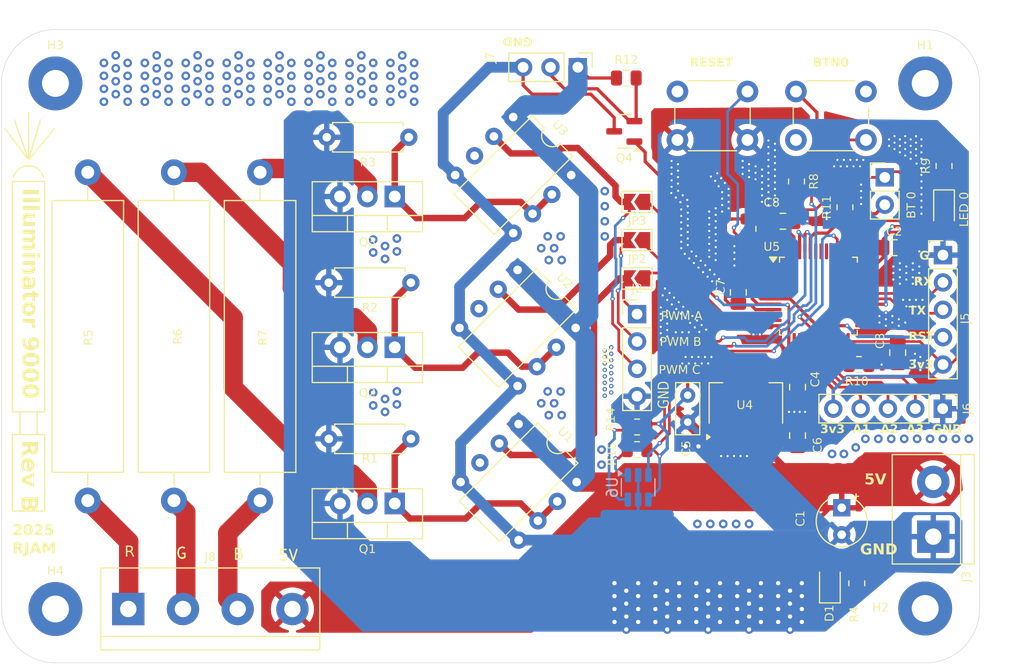
<source format=kicad_pcb>
(kicad_pcb (version 20240108) (generator "pcbnew") (generator_version "8.0")
  (layers (0 "F.Cu" signal) (31 "B.Cu" signal) (34 "B.Paste" user) (35 "F.Paste" user) (36 "B.SilkS" user "B.Silkscreen") (37 "F.SilkS" user "F.Silkscreen") (38 "B.Mask" user) (39 "F.Mask" user) (44 "Edge.Cuts" user))
  (net 0 "")
  (net 1 "gate_c")
  (net 2 "gate_b")
  (net 3 "gate_a")
  (net 4 "gpio_a")
  (net 5 "gpio_b")
  (net 6 "gpio_c")
  (net 7 "GND")
  (net 8 "+5V")
  (net 9 "3v3")
  (net 10 "Net-(D1-K)")
  (net 11 "GPIO_LED")
  (net 12 "Net-(D2-K)")
  (net 13 "cathode_a")
  (net 14 "cathode_b")
  (net 15 "cathode_c")
  (net 16 "USART_TX")
  (net 17 "RST")
  (net 18 "USART_RX")
  (net 19 "ADC_2")
  (net 20 "ADC_3")
  (net 21 "ADC_1")
  (net 22 "Net-(J7-Pin_2)")
  (net 23 "PWM_C")
  (net 24 "PWM_B")
  (net 25 "PWM_A")
  (net 26 "Net-(Q1-G)")
  (net 27 "Net-(Q2-G)")
  (net 28 "Net-(Q3-G)")
  (net 29 "PWM_FAN")
  (net 30 "Net-(R8-Pad1)")
  (net 31 "BOOT1")
  (net 32 "BOOT0")
  (net 33 "GPIO_IN")
  (net 60 "SDA")
  (net 61 "SCL")
  (net 62 "TEMP_ALERT")
  (footprint "Resistor_SMD:R_0805_2012Metric" (layer "F.Cu") (at 108 109 180)
    (property "Reference" "R15")
    (property "Value" "10k")
  )
  (footprint "Package_TO_SOT_SMD:SOT-223-3_TabPin2" (layer "F.Cu") (at 118.1 104.7 90)
    (property "Reference" "U4")
    (property "Value" "AMS1117-3.3")
  )
  (footprint "Resistor_SMD:R_0805_2012Metric" (layer "F.Cu") (at 127.3 86.5 90)
    (property "Reference" "R11")
    (property "Value" "100k")
  )
  (footprint "TerminalBlock:TerminalBlock_bornier-2_P5.08mm" (layer "F.Cu") (at 135.5 117.08 90)
    (property "Reference" "J3")
    (property "Value" "Screw_Terminal_01x02")
  )
  (footprint "Button_Switch_THT:SW_PUSH_6mm" (layer "F.Cu") (at 118.25 80.25 180)
    (property "Reference" "RESET")
    (property "Value" "SW_Push")
  )
  (footprint "Package_TO_SOT_THT:TO-220-3_Vertical" (layer "F.Cu") (at 85.5 99.5 180)
    (property "Reference" "Q2")
    (property "Value" "IRF540N")
  )
  (footprint "Resistor_THT:R_Axial_DIN0207_L6.3mm_D2.5mm_P7.62mm_Horizontal" (layer "F.Cu") (at 87 93.5 180)
    (property "Reference" "R2")
    (property "Value" "R")
  )
  (footprint "Resistor_SMD:R_0805_2012Metric" (layer "F.Cu") (at 108 106.9 180)
    (property "Reference" "R14")
    (property "Value" "10k")
  )
  (footprint "Capacitor_THT:C_Rect_L4.6mm_W2.0mm_P2.50mm_MKS02_FKP02" (layer "F.Cu") (at 112.7 103.95 -90)
    (property "Reference" "C5")
    (property "Value" "22uF")
  )
  (footprint "Resistor_THT:R_Axial_DIN0207_L6.3mm_D2.5mm_P7.62mm_Horizontal" (layer "F.Cu") (at 86.81 80 180)
    (property "Reference" "R3")
    (property "Value" "R")
  )
  (footprint "Resistor_SMD:R_0805_2012Metric" (layer "F.Cu") (at 107 74.5)
    (property "Reference" "R12")
    (property "Value" "20k")
  )
  (footprint "LED_SMD:LED_0805_2012Metric_Pad1.15x1.40mm_HandSolder" (layer "F.Cu") (at 136.5 86.75 -90)
    (property "Reference" "LED 0")
    (property "Value" "LED")
  )
  (footprint "Jumper:SolderJumper-2_P1.3mm_Open_TrianglePad1.0x1.5mm" (layer "F.Cu") (at 108 86 180)
    (property "Reference" "JP3")
    (property "Value" "SolderJumper_2_Open")
  )
  (footprint "Resistor_SMD:R_0805_2012Metric" (layer "F.Cu") (at 118.3 88.5 -90)
    (property "Reference" "R13" (hide yes))
    (property "Value" "10k")
  )
  (footprint "Package_DIP:DIP-8_W7.62mm" (layer "F.Cu") (at 97 106.625989 -45)
    (property "Reference" "U1")
    (property "Value" "TC4420")
  )
  (footprint "Capacitor_SMD:C_0805_2012Metric_Pad1.18x1.45mm_HandSolder" (layer "F.Cu") (at 131.875 90.25)
    (property "Reference" "C2")
    (property "Value" "100nF")
  )
  (footprint "Capacitor_SMD:C_0805_2012Metric_Pad1.18x1.45mm_HandSolder" (layer "F.Cu") (at 122.9 107.7 90)
    (property "Reference" "C6")
    (property "Value" "100nF")
  )
  (footprint "MountingHole:MountingHole_2.5mm_Pad" (layer "F.Cu") (at 134.75 75)
    (property "Reference" "H1")
    (property "Value" "MountingHole")
  )
  (footprint "TerminalBlock:TerminalBlock_bornier-4_P5.08mm" (layer "F.Cu") (at 60.76 123.8)
    (property "Reference" "J8")
    (property "Value" "Screw_Terminal_01x04")
  )
  (footprint "Resistor_SMD:R_0805_2012Metric" (layer "F.Cu") (at 122.8 84.1 -90)
    (property "Reference" "R8")
    (property "Value" "1k")
  )
  (footprint "Button_Switch_THT:SW_PUSH_6mm" (layer "F.Cu") (at 122.75 75.75)
    (property "Reference" "BTN0")
    (property "Value" "SW_Push")
  )
  (footprint "Capacitor_SMD:C_0805_2012Metric_Pad1.18x1.45mm_HandSolder" (layer "F.Cu") (at 122.9 103.2 -90)
    (property "Reference" "C4")
    (property "Value" "100nF")
  )
  (footprint "Resistor_THT:R_Axial_Power_L25.0mm_W6.4mm_P30.48mm" (layer "F.Cu") (at 73 83.255 -90)
    (property "Reference" "R7")
    (property "Value" "R")
  )
  (footprint "Package_DIP:DIP-8_W7.62mm" (layer "F.Cu") (at 96.5 78.125989 -45)
    (property "Reference" "U3")
    (property "Value" "TC4420")
  )
  (footprint "Connector_PinHeader_2.54mm:PinHeader_1x04_P2.54mm_Vertical" (layer "F.Cu") (at 108 96.42)
    (property "Reference" "J2")
    (property "Value" "Conn_01x04_Male")
  )
  (footprint "Package_TO_SOT_THT:TO-220-3_Vertical" (layer "F.Cu") (at 85.5 114 180)
    (property "Reference" "Q1")
    (property "Value" "IRF540N")
  )
  (footprint "Connector_PinHeader_2.54mm:PinHeader_1x05_P2.54mm_Vertical" (layer "F.Cu") (at 136.375 105.2 -90)
    (property "Reference" "J6")
    (property "Value" "Conn_01x05_Socket")
  )
  (footprint "LED_SMD:LED_0805_2012Metric_Pad1.15x1.40mm_HandSolder" (layer "F.Cu") (at 125.9 121.375 90)
    (property "Reference" "D1")
    (property "Value" "LED")
  )
  (footprint "Capacitor_SMD:C_0805_2012Metric_Pad1.18x1.45mm_HandSolder" (layer "F.Cu") (at 121.5375 87.8)
    (property "Reference" "C8")
    (property "Value" "100nF")
  )
  (footprint "Connector_PinHeader_2.54mm:PinHeader_1x02_P2.54mm_Vertical" (layer "F.Cu") (at 131 83.725)
    (property "Reference" "BT 0")
    (property "Value" "Conn_01x02_Pin")
  )
  (footprint "Resistor_THT:R_Axial_Power_L25.0mm_W6.4mm_P30.48mm" (layer "F.Cu") (at 57 83.255 -90)
    (property "Reference" "R5")
    (property "Value" "R")
  )
  (footprint "Connector_PinHeader_2.54mm:PinHeader_1x03_P2.54mm_Vertical" (layer "F.Cu") (at 102.5 73.5 -90)
    (property "Reference" "J7")
    (property "Value" "Conn_01x03_Pin")
  )
  (footprint "Resistor_THT:R_Axial_Power_L25.0mm_W6.4mm_P30.48mm" (layer "F.Cu") (at 65 83.255 -90)
    (property "Reference" "R6")
    (property "Value" "R")
  )
  (footprint "Package_TO_SOT_THT:TO-220-3_Vertical" (layer "F.Cu") (at 85.5 85.5 180)
    (property "Reference" "Q3")
    (property "Value" "IRF540N")
  )
  (footprint "MountingHole:MountingHole_2.5mm_Pad" (layer "F.Cu") (at 54 75)
    (property "Reference" "H3")
    (property "Value" "MountingHole")
  )
  (footprint "MountingHole:MountingHole_2.5mm_Pad" (layer "F.Cu") (at 54 123.8)
    (property "Reference" "H4")
    (property "Value" "MountingHole")
  )
  (footprint "MountingHole:MountingHole_2.5mm_Pad" (layer "F.Cu") (at 134.75 123.75)
    (property "Reference" "H2")
    (property "Value" "MountingHole")
  )
  (footprint "Package_TO_SOT_SMD:SOT-23" (layer "F.Cu") (at 106.8125 79.45 180)
    (property "Reference" "Q4")
    (property "Value" "2N7002")
  )
  (footprint "Package_QFP:LQFP-48_7x7mm_P0.5mm" (layer "F.Cu") (at 124.8375 94.75)
    (property "Reference" "U5")
    (property "Value" "STM32F103CBTx")
  )
  (footprint "Resistor_SMD:R_0805_2012Metric" (layer "F.Cu") (at 128.6 101.1)
    (property "Reference" "R10")
    (property "Value" "1k")
  )
  (footprint "Capacitor_SMD:C_0805_2012Metric_Pad1.18x1.45mm_HandSolder" (layer "F.Cu") (at 117.4 94.4 90)
    (property "Reference" "C7")
    (property "Value" "100nF")
  )
  (footprint "Package_DIP:DIP-8_W7.62mm" (layer "F.Cu") (at 96.907898 92.315795 -45)
    (property "Reference" "U2")
    (property "Value" "TC4420")
  )
  (footprint "Capacitor_SMD:C_0805_2012Metric_Pad1.18x1.45mm_HandSolder" (layer "F.Cu") (at 132.2 100 -90)
    (property "Reference" "C3")
    (property "Value" "100nF")
  )
  (footprint "Connector_PinHeader_2.54mm:PinHeader_1x05_P2.54mm_Vertical" (layer "F.Cu") (at 136.4 90.94)
    (property "Reference" "J5")
    (property "Value" "Conn_01x05_Socket")
  )
  (footprint "Jumper:SolderJumper-2_P1.3mm_Open_TrianglePad1.0x1.5mm" (layer "F.Cu") (at 108 93.1 180)
    (property "Reference" "JP1")
    (property "Value" "SolderJumper_2_Open")
  )
  (footprint "Resistor_THT:R_Axial_DIN0207_L6.3mm_D2.5mm_P7.62mm_Horizontal" (layer "F.Cu") (at 87 108 180)
    (property "Reference" "R1")
    (property "Value" "R")
  )
  (footprint "Jumper:SolderJumper-2_P1.3mm_Open_TrianglePad1.0x1.5mm" (layer "F.Cu") (at 108 89.55 180)
    (property "Reference" "JP2")
    (property "Value" "SolderJumper_2_Open")
  )
  (footprint "Resistor_SMD:R_0805_2012Metric" (layer "F.Cu") (at 136.5 82.6625 90)
    (property "Reference" "R9")
    (property "Value" "220")
  )
  (footprint "Resistor_SMD:R_0805_2012Metric" (layer "F.Cu") (at 128.4 121.4125 90)
    (property "Reference" "R4")
    (property "Value" "R")
  )
  (footprint "Capacitor_THT:CP_Radial_Tantal_D4.5mm_P2.50mm" (layer "F.Cu") (at 127 114.4 -90)
    (property "Reference" "C1")
    (property "Value" "C")
  )
  (footprint "Package_TO_SOT_SMD:SOT-23-6" (layer "B.Cu") (at 108.1 112.5 -90)
    (property "Reference" "U6")
    (property "Value" "TMP101")
  )
  (gr_line (start 50.2 78.4) (end 51.5 82.1) (stroke (width 0.12)) (layer "F.SilkS"))
  (gr_rect (start 50 84.1) (end 53 105.5) (stroke (width 0.12)) (fill none) (layer "F.SilkS"))
  (gr_line (start 53 114.7) (end 53 107.6) (stroke (width 0.12)) (layer "F.SilkS"))
  (gr_line (start 51.5 82.1) (end 53.9 79.2) (stroke (width 0.12)) (layer "F.SilkS"))
  (gr_line (start 52.6 78.4) (end 51.5 82.1) (stroke (width 0.12)) (layer "F.SilkS"))
  (gr_line (start 52.3 105.5) (end 52.3 107.6) (stroke (width 0.12)) (layer "F.SilkS"))
  (gr_line (start 50 107.6) (end 50 114.7) (stroke (width 0.12)) (layer "F.SilkS"))
  (gr_line (start 50 114.7) (end 53 114.7) (stroke (width 0.12)) (layer "F.SilkS"))
  (gr_arc (start 50.100001 83.7) (mid 51.512884 82.644036) (end 52.906858 83.724838) (stroke (width 0.12)) (layer "F.SilkS"))
  (gr_line (start 51.5 82.1) (end 51.5 77.7) (stroke (width 0.12)) (layer "F.SilkS"))
  (gr_line (start 53 107.6) (end 50 107.6) (stroke (width 0.12)) (layer "F.SilkS"))
  (gr_line (start 53.9 79.2) (end 51.5 82.1) (stroke (width 0.12)) (layer "F.SilkS"))
  (gr_line (start 51.5 82.1) (end 49.3 79.2) (stroke (width 0.12)) (layer "F.SilkS"))
  (gr_line (start 50.7 105.5) (end 50.7 107.6) (stroke (width 0.12)) (layer "F.SilkS"))
  (gr_line (start 51.5 82.1) (end 52.6 78.4) (stroke (width 0.12)) (layer "F.SilkS"))
  (gr_line (start 139.8 75) (end 139.8 123.8) (stroke (width 0.05)) (layer "Edge.Cuts"))
  (gr_line (start 54 70) (end 134.8 70) (stroke (width 0.05)) (layer "Edge.Cuts"))
  (gr_arc (start 134.8 70) (mid 138.335534 71.464466) (end 139.8 75) (stroke (width 0.05)) (layer "Edge.Cuts"))
  (gr_arc (start 49 75) (mid 50.464466 71.464466) (end 54 70) (stroke (width 0.05)) (layer "Edge.Cuts"))
  (gr_line (start 134.8 128.8) (end 54 128.8) (stroke (width 0.05)) (layer "Edge.Cuts"))
  (gr_arc (start 54 128.8) (mid 50.464466 127.335534) (end 49 123.8) (stroke (width 0.05)) (layer "Edge.Cuts"))
  (gr_arc (start 139.8 123.8) (mid 138.335534 127.335534) (end 134.8 128.8) (stroke (width 0.05)) (layer "Edge.Cuts"))
  (gr_line (start 49 123.8) (end 49 75) (stroke (width 0.05)) (layer "Edge.Cuts"))
  (gr_text "A2" (at 130.6 107.6 0) (layer "F.SilkS") (effects (font (size 0.8 0.8) (thickness 0.2) (bold yes)) (justify left bottom)))
  (gr_text "Rev B" (at 50.6 108.1 270) (layer "F.SilkS") (effects (font (size 1.5 1.5) (thickness 0.3) (bold yes)) (justify left bottom)))
  (gr_text "3v3" (at 133.2 101.6 0) (layer "F.SilkS") (effects (font (size 0.8 0.8) (thickness 0.2) (bold yes)) (justify left bottom)))
  (gr_text "GND" (at 98.3 70.6 180) (layer "F.SilkS") (effects (font (size 0.8 0.8) (thickness 0.2) (bold yes)) (justify left bottom)))
  (gr_text "RX" (at 133.7 93.9 0) (layer "F.SilkS") (effects (font (size 0.8 0.8) (thickness 0.2) (bold yes)) (justify left bottom)))
  (gr_text "PWM C" (at 110 102.1 0) (layer "F.SilkS") (effects (font (size 0.8 0.8)) (justify left bottom)))
  (gr_text "A1" (at 128 107.6 0) (layer "F.SilkS") (effects (font (size 0.8 0.8) (thickness 0.2) (bold yes)) (justify left bottom)))
  (gr_text "A3" (at 133 107.6 0) (layer "F.SilkS") (effects (font (size 0.8 0.8) (thickness 0.2) (bold yes)) (justify left bottom)))
  (gr_text "GND" (at 111.1 105.2 90) (layer "F.SilkS") (effects (font (size 1 0.8)) (justify left bottom)))
  (gr_text "3v3" (at 125 107.6 0) (layer "F.SilkS") (effects (font (size 0.8 0.8) (thickness 0.2) (bold yes)) (justify left bottom)))
  (gr_text "PWM B" (at 110.1 99.5 0) (layer "F.SilkS") (effects (font (size 0.8 0.8)) (justify left bottom)))
  (gr_text "GND" (at 135.4 107.6 0) (layer "F.SilkS") (effects (font (size 0.8 0.8) (thickness 0.2) (bold yes)) (justify left bottom)))
  (gr_text "R" (at 60.4 119.1 0) (layer "F.SilkS") (effects (font (size 1 1)) (justify left bottom)))
  (gr_text "GND" (at 128.7 118.9 0) (layer "F.SilkS") (effects (font (size 1 1) (thickness 0.2) (bold yes)) (justify left bottom)))
  (gr_text "PWM A" (at 110.2 97.1 0) (layer "F.SilkS") (effects (font (size 0.8 0.8)) (justify left bottom)))
  (gr_text "2025\nRJAM" (at 50 118.8 0) (layer "F.SilkS") (effects (font (size 1 1) (thickness 0.2) (bold yes)) (justify left bottom)))
  (gr_text "G" (at 65.1 119.2 0) (layer "F.SilkS") (effects (font (size 1 1)) (justify left bottom)))
  (gr_text "Illuminator 9000" (at 50.7 84.7 -90) (layer "F.SilkS") (effects (font (size 1.5 1.5) (thickness 0.3) (bold yes)) (justify left bottom)))
  (gr_text "G" (at 134.2 91.5 0) (layer "F.SilkS") (effects (font (size 0.8 0.8) (thickness 0.2) (bold yes)) (justify left bottom)))
  (gr_text "RST" (at 133.2 99 0) (layer "F.SilkS") (effects (font (size 0.8 0.8) (thickness 0.2) (bold yes)) (justify left bottom)))
  (gr_text "5V" (at 74.6 119.4 0) (layer "F.SilkS") (effects (font (size 1 1)) (justify left bottom)))
  (gr_text "5V" (at 129.1 112.4 0) (layer "F.SilkS") (effects (font (size 1 1) (thickness 0.2) (bold yes)) (justify left bottom)))
  (gr_text "B" (at 70.4 119.3 0) (layer "F.SilkS") (effects (font (size 1 1)) (justify left bottom)))
  (gr_text "TX" (at 133.2 96.6 0) (layer "F.SilkS") (effects (font (size 0.8 0.8) (thickness 0.2) (bold yes)) (justify left bottom)))
  (via (at 128.3 108.8) (size 0.8) (drill 0.4) (layers "F.Cu" "B.Cu") (net 0))
  (via (at 77.5 76.7) (size 0.8) (drill 0.4) (layers "F.Cu" "B.Cu") (net 0))
  (via (at 85.7 89.4) (size 0.8) (drill 0.4) (layers "F.Cu" "B.Cu") (net 0))
  (via (at 104.7 110.4) (size 0.8) (drill 0.4) (layers "F.Cu" "B.Cu") (net 0))
  (via (at 79.7 73.1) (size 0.8) (drill 0.4) (layers "F.Cu" "B.Cu") (net 0))
  (via (at 64.5 74.3) (size 0.8) (drill 0.4) (layers "F.Cu" "B.Cu") (net 0))
  (via (at 66.1 75.5) (size 0.8) (drill 0.4) (layers "F.Cu" "B.Cu") (net 0))
  (via (at 85.1 75.5) (size 0.8) (drill 0.4) (layers "F.Cu" "B.Cu") (net 0))
  (via (at 77.5 74.3) (size 0.8) (drill 0.4) (layers "F.Cu" "B.Cu") (net 0))
  (via (at 75.9 73.1) (size 0.8) (drill 0.4) (layers "F.Cu" "B.Cu") (net 0))
  (via (at 83.5 74.3) (size 0.8) (drill 0.4) (layers "F.Cu" "B.Cu") (net 0))
  (via (at 135.2 108) (size 0.8) (drill 0.4) (layers "F.Cu" "B.Cu") (net 0))
  (via (at 64.5 76.7) (size 0.8) (drill 0.4) (layers "F.Cu" "B.Cu") (net 0))
  (via (at 78.6 72.4) (size 0.8) (drill 0.4) (layers "F.Cu" "B.Cu") (net 0))
  (via (at 105 85) (size 0.8) (drill 0.4) (layers "F.Cu" "B.Cu") (net 0))
  (via (at 83.5 75.5) (size 0.8) (drill 0.4) (layers "F.Cu" "B.Cu") (net 0))
  (via (at 72.1 74.3) (size 0.8) (drill 0.4) (layers "F.Cu" "B.Cu") (net 0))
  (via (at 105 89.2) (size 0.8) (drill 0.4) (layers "F.Cu" "B.Cu") (net 0))
  (via (at 99.8 105.8) (size 0.8) (drill 0.4) (layers "F.Cu" "B.Cu") (net 0))
  (via (at 58.5 76.7) (size 0.8) (drill 0.4) (layers "F.Cu" "B.Cu") (net 0))
  (via (at 69.9 74.3) (size 0.8) (drill 0.4) (layers "F.Cu" "B.Cu") (net 0))
  (via (at 136.4 108) (size 0.8) (drill 0.4) (layers "F.Cu" "B.Cu") (net 0))
  (via (at 67.2 73.6) (size 0.8) (drill 0.4) (layers "F.Cu" "B.Cu") (net 0))
  (via (at 69.9 75.5) (size 0.8) (drill 0.4) (layers "F.Cu" "B.Cu") (net 0))
  (via (at 77.5 73.1) (size 0.8) (drill 0.4) (layers "F.Cu" "B.Cu") (net 0))
  (via (at 85.7 90.6) (size 0.8) (drill 0.4) (layers "F.Cu" "B.Cu") (net 0))
  (via (at 68.3 75.5) (size 0.8) (drill 0.4) (layers "F.Cu" "B.Cu") (net 0))
  (via (at 74.8 74.8) (size 0.8) (drill 0.4) (layers "F.Cu" "B.Cu") (net 0))
  (via (at 63.4 76) (size 0.8) (drill 0.4) (layers "F.Cu" "B.Cu") (net 0))
  (via (at 83.5 104.9) (size 0.8) (drill 0.4) (layers "F.Cu" "B.Cu") (net 0))
  (via (at 66.1 76.7) (size 0.8) (drill 0.4) (layers "F.Cu" "B.Cu") (net 0))
  (via (at 68.3 74.3) (size 0.8) (drill 0.4) (layers "F.Cu" "B.Cu") (net 0))
  (via (at 63.4 74.8) (size 0.8) (drill 0.4) (layers "F.Cu" "B.Cu") (net 0))
  (via (at 73.7 76.7) (size 0.8) (drill 0.4) (layers "F.Cu" "B.Cu") (net 0))
  (via (at 82.4 76) (size 0.8) (drill 0.4) (layers "F.Cu" "B.Cu") (net 0))
  (via (at 62.3 76.7) (size 0.8) (drill 0.4) (layers "F.Cu" "B.Cu") (net 0))
  (via (at 62.3 75.5) (size 0.8) (drill 0.4) (layers "F.Cu" "B.Cu") (net 0))
  (via (at 126.1 109.4) (size 0.8) (drill 0.4) (layers "F.Cu" "B.Cu") (net 0))
  (via (at 63.4 72.4) (size 0.8) (drill 0.4) (layers "F.Cu" "B.Cu") (net 0))
  (via (at 86.2 73.6) (size 0.8) (drill 0.4) (layers "F.Cu" "B.Cu") (net 0))
  (via (at 68.3 76.7) (size 0.8) (drill 0.4) (layers "F.Cu" "B.Cu") (net 0))
  (via (at 131.6 108) (size 0.8) (drill 0.4) (layers "F.Cu" "B.Cu") (net 0))
  (via (at 104.7 109) (size 0.8) (drill 0.4) (layers "F.Cu" "B.Cu") (net 0))
  (via (at 59.6 73.6) (size 0.8) (drill 0.4) (layers "F.Cu" "B.Cu") (net 0))
  (via (at 79.7 76.7) (size 0.8) (drill 0.4) (layers "F.Cu" "B.Cu") (net 0))
  (via (at 85.1 76.7) (size 0.8) (drill 0.4) (layers "F.Cu" "B.Cu") (net 0))
  (via (at 85.7 104.8) (size 0.8) (drill 0.4) (layers "F.Cu" "B.Cu") (net 0))
  (via (at 84.6 90.1) (size 0.8) (drill 0.4) (layers "F.Cu" "B.Cu") (net 0))
  (via (at 74.8 76) (size 0.8) (drill 0.4) (layers "F.Cu" "B.Cu") (net 0))
  (via (at 138.8 108) (size 0.8) (drill 0.4) (layers "F.Cu" "B.Cu") (net 0))
  (via (at 58.5 73.1) (size 0.8) (drill 0.4) (layers "F.Cu" "B.Cu") (net 0))
  (via (at 83.5 90.7) (size 0.8) (drill 0.4) (layers "F.Cu" "B.Cu") (net 0))
  (via (at 82.4 73.6) (size 0.8) (drill 0.4) (layers "F.Cu" "B.Cu") (net 0))
  (via (at 69.9 73.1) (size 0.8) (drill 0.4) (layers "F.Cu" "B.Cu") (net 0))
  (via (at 100.3 104.7) (size 0.8) (drill 0.4) (layers "F.Cu" "B.Cu") (net 0))
  (via (at 105 86.4) (size 0.8) (drill 0.4) (layers "F.Cu" "B.Cu") (net 0))
  (via (at 101 91.4) (size 0.8) (drill 0.4) (layers "F.Cu" "B.Cu") (net 0))
  (via (at 86.2 76) (size 0.8) (drill 0.4) (layers "F.Cu" "B.Cu") (net 0))
  (via (at 60.7 73.1) (size 0.8) (drill 0.4) (layers "F.Cu" "B.Cu") (net 0))
  (via (at 63.4 73.6) (size 0.8) (drill 0.4) (layers "F.Cu" "B.Cu") (net 0))
  (via (at 60.7 74.3) (size 0.8) (drill 0.4) (layers "F.Cu" "B.Cu") (net 0))
  (via (at 78.6 73.6) (size 0.8) (drill 0.4) (layers "F.Cu" "B.Cu") (net 0))
  (via (at 67.2 72.4) (size 0.8) (drill 0.4) (layers "F.Cu" "B.Cu") (net 0))
  (via (at 100.9 89.2) (size 0.8) (drill 0.4) (layers "F.Cu" "B.Cu") (net 0))
  (via (at 60.7 76.7) (size 0.8) (drill 0.4) (layers "F.Cu" "B.Cu") (net 0))
  (via (at 83.5 103.7) (size 0.8) (drill 0.4) (layers "F.Cu" "B.Cu") (net 0))
  (via (at 85.7 103.6) (size 0.8) (drill 0.4) (layers "F.Cu" "B.Cu") (net 0))
  (via (at 87.3 76.7) (size 0.8) (drill 0.4) (layers "F.Cu" "B.Cu") (net 0))
  (via (at 84.6 105.5) (size 0.8) (drill 0.4) (layers "F.Cu" "B.Cu") (net 0))
  (via (at 79.7 74.3) (size 0.8) (drill 0.4) (layers "F.Cu" "B.Cu") (net 0))
  (via (at 64.5 75.5) (size 0.8) (drill 0.4) (layers "F.Cu" "B.Cu") (net 0))
  (via (at 58.5 74.3) (size 0.8) (drill 0.4) (layers "F.Cu" "B.Cu") (net 0))
  (via (at 85.1 73.1) (size 0.8) (drill 0.4) (layers "F.Cu" "B.Cu") (net 0))
  (via (at 99.7 89.2) (size 0.8) (drill 0.4) (layers "F.Cu" "B.Cu") (net 0))
  (via (at 64.5 73.1) (size 0.8) (drill 0.4) (layers "F.Cu" "B.Cu") (net 0))
  (via (at 81.3 73.1) (size 0.8) (drill 0.4) (layers "F.Cu" "B.Cu") (net 0))
  (via (at 82.4 72.4) (size 0.8) (drill 0.4) (layers "F.Cu" "B.Cu") (net 0))
  (via (at 84.6 91.3) (size 0.8) (drill 0.4) (layers "F.Cu" "B.Cu") (net 0))
  (via (at 99.7 103.6) (size 0.8) (drill 0.4) (layers "F.Cu" "B.Cu") (net 0))
  (via (at 132.8 108) (size 0.8) (drill 0.4) (layers "F.Cu" "B.Cu") (net 0))
  (via (at 77.5 75.5) (size 0.8) (drill 0.4) (layers "F.Cu" "B.Cu") (net 0))
  (via (at 67.2 74.8) (size 0.8) (drill 0.4) (layers "F.Cu" "B.Cu") (net 0))
  (via (at 74.8 72.4) (size 0.8) (drill 0.4) (layers "F.Cu" "B.Cu") (net 0))
  (via (at 101 105.8) (size 0.8) (drill 0.4) (layers "F.Cu" "B.Cu") (net 0))
  (via (at 62.3 74.3) (size 0.8) (drill 0.4) (layers "F.Cu" "B.Cu") (net 0))
  (via (at 99.1 104.7) (size 0.8) (drill 0.4) (layers "F.Cu" "B.Cu") (net 0))
  (via (at 85.1 74.3) (size 0.8) (drill 0.4) (layers "F.Cu" "B.Cu") (net 0))
  (via (at 86.2 74.8) (size 0.8) (drill 0.4) (layers "F.Cu" "B.Cu") (net 0))
  (via (at 134 108) (size 0.8) (drill 0.4) (layers "F.Cu" "B.Cu") (net 0))
  (via (at 60.7 75.5) (size 0.8) (drill 0.4) (layers "F.Cu" "B.Cu") (net 0))
  (via (at 73.7 73.1) (size 0.8) (drill 0.4) (layers "F.Cu" "B.Cu") (net 0))
  (via (at 137.6 108) (size 0.8) (drill 0.4) (layers "F.Cu" "B.Cu") (net 0))
  (via (at 78.6 74.8) (size 0.8) (drill 0.4) (layers "F.Cu" "B.Cu") (net 0))
  (via (at 105 87.8) (size 0.8) (drill 0.4) (layers "F.Cu" "B.Cu") (net 0))
  (via (at 73.7 74.3) (size 0.8) (drill 0.4) (layers "F.Cu" "B.Cu") (net 0))
  (via (at 71 74.8) (size 0.8) (drill 0.4) (layers "F.Cu" "B.Cu") (net 0))
  (via (at 100.3 90.3) (size 0.8) (drill 0.4) (layers "F.Cu" "B.Cu") (net 0))
  (via (at 71 72.4) (size 0.8) (drill 0.4) (layers "F.Cu" "B.Cu") (net 0))
  (via (at 81.3 75.5) (size 0.8) (drill 0.4) (layers "F.Cu" "B.Cu") (net 0))
  (via (at 83.5 73.1) (size 0.8) (drill 0.4) (layers "F.Cu" "B.Cu") (net 0))
  (via (at 59.6 76) (size 0.8) (drill 0.4) (layers "F.Cu" "B.Cu") (net 0))
  (via (at 81.3 76.7) (size 0.8) (drill 0.4) (layers "F.Cu" "B.Cu") (net 0))
  (via (at 130.4 108) (size 0.8) (drill 0.4) (layers "F.Cu" "B.Cu") (net 0))
  (via (at 75.9 74.3) (size 0.8) (drill 0.4) (layers "F.Cu" "B.Cu") (net 0))
  (via (at 71 73.6) (size 0.8) (drill 0.4) (layers "F.Cu" "B.Cu") (net 0))
  (via (at 69.9 76.7) (size 0.8) (drill 0.4) (layers "F.Cu" "B.Cu") (net 0))
  (via (at 74.8 73.6) (size 0.8) (drill 0.4) (layers "F.Cu" "B.Cu") (net 0))
  (via (at 87.3 74.3) (size 0.8) (drill 0.4) (layers "F.Cu" "B.Cu") (net 0))
  (via (at 75.9 76.7) (size 0.8) (drill 0.4) (layers "F.Cu" "B.Cu") (net 0))
  (via (at 58.5 75.5) (size 0.8) (drill 0.4) (layers "F.Cu" "B.Cu") (net 0))
  (via (at 68.3 73.1) (size 0.8) (drill 0.4) (layers "F.Cu" "B.Cu") (net 0))
  (via (at 78.6 76) (size 0.8) (drill 0.4) (layers "F.Cu" "B.Cu") (net 0))
  (via (at 129.2 108) (size 0.8) (drill 0.4) (layers "F.Cu" "B.Cu") (net 0))
  (via (at 66.1 74.3) (size 0.8) (drill 0.4) (layers "F.Cu" "B.Cu") (net 0))
  (via (at 72.1 76.7) (size 0.8) (drill 0.4) (layers "F.Cu" "B.Cu") (net 0))
  (via (at 86.2 72.4) (size 0.8) (drill 0.4) (layers "F.Cu" "B.Cu") (net 0))
  (via (at 83.5 76.7) (size 0.8) (drill 0.4) (layers "F.Cu" "B.Cu") (net 0))
  (via (at 62.3 73.1) (size 0.8) (drill 0.4) (layers "F.Cu" "B.Cu") (net 0))
  (via (at 59.6 72.4) (size 0.8) (drill 0.4) (layers "F.Cu" "B.Cu") (net 0))
  (via (at 82.4 74.8) (size 0.8) (drill 0.4) (layers "F.Cu" "B.Cu") (net 0))
  (via (at 99.8 91.4) (size 0.8) (drill 0.4) (layers "F.Cu" "B.Cu") (net 0))
  (via (at 59.6 74.8) (size 0.8) (drill 0.4) (layers "F.Cu" "B.Cu") (net 0))
  (via (at 87.3 75.5) (size 0.8) (drill 0.4) (layers "F.Cu" "B.Cu") (net 0))
  (via (at 99.1 90.3) (size 0.8) (drill 0.4) (layers "F.Cu" "B.Cu") (net 0))
  (via (at 83.5 89.5) (size 0.8) (drill 0.4) (layers "F.Cu" "B.Cu") (net 0))
  (via (at 127.2 109.4) (size 0.8) (drill 0.4) (layers "F.Cu" "B.Cu") (net 0))
  (via (at 75.9 75.5) (size 0.8) (drill 0.4) (layers "F.Cu" "B.Cu") (net 0))
  (via (at 72.1 73.1) (size 0.8) (drill 0.4) (layers "F.Cu" "B.Cu") (net 0))
  (via (at 72.1 75.5) (size 0.8) (drill 0.4) (layers "F.Cu" "B.Cu") (net 0))
  (via (at 71 76) (size 0.8) (drill 0.4) (layers "F.Cu" "B.Cu") (net 0))
  (via (at 84.6 104.3) (size 0.8) (drill 0.4) (layers "F.Cu" "B.Cu") (net 0))
  (via (at 79.7 75.5) (size 0.8) (drill 0.4) (layers "F.Cu" "B.Cu") (net 0))
  (via (at 66.1 73.1) (size 0.8) (drill 0.4) (layers "F.Cu" "B.Cu") (net 0))
  (via (at 73.7 75.5) (size 0.8) (drill 0.4) (layers "F.Cu" "B.Cu") (net 0))
  (via (at 100.9 103.6) (size 0.8) (drill 0.4) (layers "F.Cu" "B.Cu") (net 0))
  (via (at 67.2 76) (size 0.8) (drill 0.4) (layers "F.Cu" "B.Cu") (net 0))
  (via (at 87.3 73.1) (size 0.8) (drill 0.4) (layers "F.Cu" "B.Cu") (net 0))
  (via (at 81.3 74.3) (size 0.8) (drill 0.4) (layers "F.Cu" "B.Cu") (net 0))
  (segment (start 82.96 84.26) (end 82.96 85.5) (width 1.8) (layer "F.Cu") (net 1))
  (segment (start 81.6 82.9) (end 82.96 84.26) (width 1.8) (layer "F.Cu") (net 1))
  (segment (start 73 83.255) (end 73.355 82.9) (width 1.8) (layer "F.Cu") (net 1))
  (segment (start 73.355 82.9) (end 81.6 82.9) (width 1.8) (layer "F.Cu") (net 1))
  (segment (start 67.505 83.255) (end 76 91.75) (width 1.8) (layer "F.Cu") (net 2))
  (segment (start 65 83.255) (end 67.505 83.255) (width 1.8) (layer "F.Cu") (net 2))
  (segment (start 76 94) (end 78.75 96.75) (width 1.8) (layer "F.Cu") (net 2))
  (segment (start 81.75 96.75) (end 82.96 97.96) (width 1.8) (layer "F.Cu") (net 2))
  (segment (start 78.75 96.75) (end 81.75 96.75) (width 1.8) (layer "F.Cu") (net 2))
  (segment (start 76 91.75) (end 76 94) (width 1.8) (layer "F.Cu") (net 2))
  (segment (start 82.96 97.96) (end 82.96 99.5) (width 1.8) (layer "F.Cu") (net 2))
  (segment (start 70.5 96.755) (end 70.5 103.25) (width 1.8) (layer "F.Cu") (net 3))
  (segment (start 82.96 112.71) (end 82.96 114) (width 1.8) (layer "F.Cu") (net 3))
  (segment (start 78.5 111.25) (end 81.5 111.25) (width 1.8) (layer "F.Cu") (net 3))
  (segment (start 81.5 111.25) (end 82.96 112.71) (width 1.8) (layer "F.Cu") (net 3))
  (segment (start 70.5 103.25) (end 78.5 111.25) (width 1.8) (layer "F.Cu") (net 3))
  (segment (start 57 83.255) (end 70.5 96.755) (width 1.8) (layer "F.Cu") (net 3))
  (segment (start 104 107.5) (end 104 95.48505) (width 0.6) (layer "F.Cu") (net 4))
  (segment (start 104 95.48505) (end 106.38505 93.1) (width 0.6) (layer "F.Cu") (net 4))
  (segment (start 106.75 93.625) (end 107.275 93.1) (width 0.25) (layer "F.Cu") (net 4))
  (segment (start 106.38505 93.1) (end 107.120097 93.1) (width 0.6) (layer "F.Cu") (net 4))
  (segment (start 102 109.5) (end 104 107.5) (width 0.6) (layer "F.Cu") (net 4))
  (segment (start 106.75 95.17) (end 106.75 93.625) (width 0.25) (layer "F.Cu") (net 4))
  (segment (start 108 96.42) (end 106.75 95.17) (width 0.25) (layer "F.Cu") (net 4))
  (segment (start 95.203949 108.42204) (end 96.281909 109.5) (width 0.6) (layer "F.Cu") (net 4))
  (segment (start 96.281909 109.5) (end 102 109.5) (width 0.6) (layer "F.Cu") (net 4))
  (segment (start 97.000001 96) (end 100.5 96) (width 0.6) (layer "F.Cu") (net 5))
  (segment (start 108 98.96) (end 106.25 97.21) (width 0.25) (layer "F.Cu") (net 5))
  (segment (start 100.5 96) (end 105.5 91) (width 0.6) (layer "F.Cu") (net 5))
  (segment (start 105.95 89.55) (end 107.120097 89.55) (width 0.6) (layer "F.Cu") (net 5))
  (segment (start 106.25 97.21) (end 106.25 94.25) (width 0.25) (layer "F.Cu") (net 5))
  (segment (start 105.5 90) (end 105.95 89.55) (width 0.6) (layer "F.Cu") (net 5))
  (segment (start 95.111847 94.111846) (end 97.000001 96) (width 0.6) (layer "F.Cu") (net 5))
  (segment (start 106.5 90.325) (end 107.275 89.55) (width 0.25) (layer "F.Cu") (net 5))
  (segment (start 106.25 94.25) (end 106.225 94.25) (width 0.25) (layer "F.Cu") (net 5))
  (segment (start 106.5 91) (end 106.5 90.325) (width 0.25) (layer "F.Cu") (net 5))
  (segment (start 105.5 91) (end 105.5 90) (width 0.6) (layer "F.Cu") (net 5))
  (via (at 106.225 94.25) (size 0.4) (drill 0.2) (layers "F.Cu" "B.Cu") (net 5))
  (via (at 106.5 91) (size 0.4) (drill 0.2) (layers "F.Cu" "B.Cu") (net 5))
  (segment (start 106.5 93.975) (end 106.5 91) (width 0.25) (layer "B.Cu") (net 5))
  (segment (start 106.225 94.25) (end 106.5 93.975) (width 0.25) (layer "B.Cu") (net 5))
  (segment (start 106.5 86) (end 107.120097 86) (width 0.6) (layer "F.Cu") (net 6))
  (segment (start 105.725 95) (end 105.725 97.321396) (width 0.25) (layer "F.Cu") (net 6))
  (segment (start 105.725 97.321396) (end 106.3 97.896396) (width 0.25) (layer "F.Cu") (net 6))
  (segment (start 107.275 86.925) (end 107.275 86) (width 0.25) (layer "F.Cu") (net 6))
  (segment (start 100.5 81.5) (end 101 81) (width 0.6) (layer "F.Cu") (net 6))
  (segment (start 101 81) (end 102.5 81) (width 0.6) (layer "F.Cu") (net 6))
  (segment (start 102.5 81) (end 106 84.5) (width 0.6) (layer "F.Cu") (net 6))
  (segment (start 106 84.5) (end 106 85.5) (width 0.6) (layer "F.Cu") (net 6))
  (segment (start 94.703949 79.92204) (end 96.281909 81.5) (width 0.6) (layer "F.Cu") (net 6))
  (segment (start 96.281909 81.5) (end 100.5 81.5) (width 0.6) (layer "F.Cu") (net 6))
  (segment (start 106.3 97.896396) (end 106.3 99.8) (width 0.25) (layer "F.Cu") (net 6))
  (segment (start 106 85.5) (end 106.5 86) (width 0.6) (layer "F.Cu") (net 6))
  (segment (start 106.7 87.5) (end 107.275 86.925) (width 0.25) (layer "F.Cu") (net 6))
  (segment (start 106.3 99.8) (end 108 101.5) (width 0.25) (layer "F.Cu") (net 6))
  (via (at 106.7 87.5) (size 0.4) (drill 0.2) (layers "F.Cu" "B.Cu") (net 6))
  (via (at 105.725 95) (size 0.4) (drill 0.2) (layers "F.Cu" "B.Cu") (net 6))
  (segment (start 105.975 88.225) (end 105.975 91.217463) (width 0.25) (layer "B.Cu") (net 6))
  (segment (start 106.05 91.292463) (end 106.05 93.682537) (width 0.25) (layer "B.Cu") (net 6))
  (segment (start 105.7 94.975) (end 105.725 95) (width 0.25) (layer "B.Cu") (net 6))
  (segment (start 105.7 94.032537) (end 105.7 94.975) (width 0.25) (layer "B.Cu") (net 6))
  (segment (start 106.05 93.682537) (end 105.7 94.032537) (width 0.25) (layer "B.Cu") (net 6))
  (segment (start 105.975 91.217463) (end 106.05 91.292463) (width 0.25) (layer "B.Cu") (net 6))
  (segment (start 106.7 87.5) (end 105.975 88.225) (width 0.25) (layer "B.Cu") (net 6))
  (segment (start 128.4 118.3) (end 127 116.9) (width 0.4) (layer "F.Cu") (net 7))
  (segment (start 122.5875 90.5875) (end 122.5875 89.251104) (width 0.25) (layer "F.Cu") (net 7))
  (segment (start 128.4 120.5) (end 128.4 118.3) (width 0.4) (layer "F.Cu") (net 7))
  (segment (start 105.875 79.45) (end 105.875 78.175) (width 0.3) (layer "F.Cu") (net 7))
  (segment (start 133.85 90.25) (end 134.2 90.6) (width 0.25) (layer "F.Cu") (net 7))
  (segment (start 130.6 100) (end 131.6375 101.0375) (width 0.25) (layer "F.Cu") (net 7))
  (segment (start 132.9125 90.25) (end 133.85 90.25) (width 0.25) (layer "F.Cu") (net 7))
  (segment (start 112.7 106.45) (end 113.55 107.3) (width 1) (layer "F.Cu") (net 7))
  (segment (start 114.5 107.3) (end 115.05 107.85) (width 1) (layer "F.Cu") (net 7))
  (segment (start 122.575 87.8) (end 123.8 87.8) (width 0.25) (layer "F.Cu") (net 7))
  (segment (start 103.7 76) (end 98.25 76) (width 0.3) (layer "F.Cu") (net 7))
  (segment (start 132.65 90.25) (end 132.9125 90.25) (width 0.25) (layer "F.Cu") (net 7))
  (segment (start 122.218198 88.156802) (end 122.575 87.8) (width 0.25) (layer "F.Cu") (net 7))
  (segment (start 98.25 76) (end 97.42 75.17) (width 0.3) (layer "F.Cu") (net 7))
  (segment (start 118.7 94.992894) (end 118.7 94.6625) (width 0.3) (layer "F.Cu") (net 7))
  (segment (start 122.218198 88.881802) (end 122.218198 88.156802) (width 0.25) (layer "F.Cu") (net 7))
  (segment (start 132.2 101.0375) (end 133.5375 101.0375) (width 0.25) (layer "F.Cu") (net 7))
  (segment (start 127.0875 98.9125) (end 127.0875 99.649999) (width 0.25) (layer "F.Cu") (net 7))
  (segment (start 130.4 92.5) (end 132.65 90.25) (width 0.25) (layer "F.Cu") (net 7))
  (segment (start 105.875 78.175) (end 103.7 76) (width 0.3) (layer "F.Cu") (net 7))
  (segment (start 127.437501 100) (end 130.6 100) (width 0.25) (layer "F.Cu") (net 7))
  (segment (start 127.0875 99.649999) (end 127.437501 100) (width 0.25) (layer "F.Cu") (net 7))
  (segment (start 118.7 94.6625) (end 117.4 93.3625) (width 0.3) (layer "F.Cu") (net 7))
  (segment (start 115.05 107.85) (end 115.8 107.85) (width 1) (layer "F.Cu") (net 7))
  (segment (start 133.5375 101.0375) (end 133.8 101.3) (width 0.25) (layer "F.Cu") (net 7))
  (segment (start 131.6375 101.0375) (end 132.2 101.0375) (width 0.25) (layer "F.Cu") (net 7))
  (segment (start 129 92.5) (end 130.4 92.5) (width 0.25) (layer "F.Cu") (net 7))
  (segment (start 97.42 75.17) (end 97.42 73.5) (width 0.3) (layer "F.Cu") (net 7))
  (segment (start 120.675 95.5) (end 119.207106 95.5) (width 0.3) (layer "F.Cu") (net 7))
  (segment (start 113.55 107.3) (end 114.5 107.3) (width 1) (layer "F.Cu") (net 7))
  (segment (start 122.5875 89.251104) (end 122.218198 88.881802) (width 0.25) (layer "F.Cu") (net 7))
  (segment (start 119.207106 95.5) (end 118.7 94.992894) (width 0.3) (layer "F.Cu") (net 7))
  (via (at 112.1 90.3) (size 0.4) (drill 0.2) (layers "F.Cu" "B.Cu") (net 7))
  (via (at 109.7 121.4) (size 0.8) (drill 0.4) (layers "F.Cu" "B.Cu") (net 7))
  (via (at 131.8 92) (size 0.4) (drill 0.2) (layers "F.Cu" "B.Cu") (net 7))
  (via (at 115.184924 92.736396) (size 0.4) (drill 0.2) (layers "F.Cu" "B.Cu") (net 7))
  (via (at 105.9 122.6) (size 0.8) (drill 0.4) (layers "F.Cu" "B.Cu") (net 7))
  (via (at 116 115.9) (size 0.8) (drill 0.4) (layers "F.Cu" "B.Cu") (net 7))
  (via (at 112.5 108.7) (size 0.8) (drill 0.4) (layers "F.Cu" "B.Cu") (net 7))
  (via (at 132.4 93.6) (size 0.4) (drill 0.2) (layers "F.Cu" "B.Cu") (net 7))
  (via (at 133 95.7) (size 0.4) (drill 0.2) (layers "F.Cu" "B.Cu") (net 7))
  (via (at 112.8 101) (size 0.4) (drill 0.2) (layers "F.Cu" "B.Cu") (net 7))
  (via (at 114.124264 92.524264) (size 0.4) (drill 0.2) (layers "F.Cu" "B.Cu") (net 7))
  (via (at 115.609188 93.16066) (size 0.4) (drill 0.2) (layers "F.Cu" "B.Cu") (net 7))
  (via (at 111.436396 94.887868) (size 0.4) (drill 0.2) (layers "F.Cu" "B.Cu") (net 7))
  (via (at 115.7 121.4) (size 0.8) (drill 0.4) (layers "F.Cu" "B.Cu") (net 7))
  (via (at 119.4 98.3) (size 0.4) (drill 0.2) (layers "F.Cu" "B.Cu") (net 7))
  (via (at 111.9 122.6) (size 0.8) (drill 0.4) (layers "F.Cu" "B.Cu") (net 7))
  (via (at 113.987868 97.43934) (size 0.4) (drill 0.2) (layers "F.Cu" "B.Cu") (net 7))
  (via (at 112.1 87.9) (size 0.4) (drill 0.2) (layers "F.Cu" "B.Cu") (net 7))
  (via (at 105.6 101.9) (size 0.4) (drill 0.2) (layers "F.Cu" "B.Cu") (net 7))
  (via (at 114.8 115.9) (size 0.8) (drill 0.4) (layers "F.Cu" "B.Cu") (net 7))
  (via (at 115.9 86.9) (size 0.4) (drill 0.2) (layers "F.Cu" "B.Cu") (net 7))
  (via (at 127.2 82.1) (size 0.4) (drill 0.2) (layers "F.Cu" "B.Cu") (net 7))
  (via (at 110.2 96.4) (size 0.4) (drill 0.2) (layers "F.Cu" "B.Cu") (net 7))
  (via (at 110.2 95.8) (size 0.4) (drill 0.2) (layers "F.Cu" "B.Cu") (net 7))
  (via (at 120.2 81.5) (size 0.4) (drill 0.2) (layers "F.Cu" "B.Cu") (net 7))
  (via (at 117.8 82.2) (size 0.4) (drill 0.2) (layers "F.Cu" "B.Cu") (net 7))
  (via (at 132.4 93) (size 0.4) (drill 0.2) (layers "F.Cu" "B.Cu") (net 7))
  (via (at 133.8 100.7) (size 0.4) (drill 0.2) (layers "F.Cu" "B.Cu") (net 7))
  (via (at 108.1 122.6) (size 0.8) (drill 0.4) (layers "F.Cu" "B.Cu") (net 7))
  (via (at 112.1 88.5) (size 0.4) (drill 0.2) (layers "F.Cu" "B.Cu") (net 7))
  (via (at 107 124.5) (size 0.8) (drill 0.4) (layers "F.Cu" "B.Cu") (net 7))
  (via (at 134.4 80.2) (size 0.4) (drill 0.2) (layers "F.Cu" "B.Cu") (net 7))
  (via (at 112.7 87) (size 0.4) (drill 0.2) (layers "F.Cu" "B.Cu") (net 7))
  (via (at 134.4 85.3) (size 0.4) (drill 0.2) (layers "F.Cu" "B.Cu") (net 7))
  (via (at 132.9 81.1) (size 0.4) (drill 0.2) (layers "F.Cu" "B.Cu") (net 7))
  (via (at 119.6 86) (size 0.4) (drill 0.2) (layers "F.Cu" "B.Cu") (net 7))
  (via (at 133.6 93.6) (size 0.4) (drill 0.2) (layers "F.Cu" "B.Cu") (net 7))
  (via (at 131.9 79.9) (size 0.4) (drill 0.2) (layers "F.Cu" "B.Cu") (net 7))
  (via (at 119 83.9) (size 0.4) (drill 0.2) (layers "F.Cu" "B.Cu") (net 7))
  (via (at 112.497056 96.797056) (size 0.4) (drill 0.2) (layers "F.Cu" "B.Cu") (net 7))
  (via (at 133.4 81.4) (size 0.4) (drill 0.2) (layers "F.Cu" "B.Cu") (net 7))
  (via (at 133.9 81.1) (size 0.4) (drill 0.2) (layers "F.Cu" "B.Cu") (net 7))
  (via (at 121.1 125) (size 0.8) (drill 0.4) (layers "F.Cu" "B.Cu") (net 7))
  (via (at 112.8 98.1) (size 0.4) (drill 0.2) (layers "F.Cu" "B.Cu") (net 7))
  (via (at 105.9 121.4) (size 0.8) (drill 0.4) (layers "F.Cu" "B.Cu") (net 7))
  (via (at 113.563604 97.015076) (size 0.4) (drill 0.2) (layers "F.Cu" "B.Cu") (net 7))
  (via (at 110.8 96.7) (size 0.4) (drill 0.2) (layers "F.Cu" "B.Cu") (net 7))
  (via (at 117.3 122.6) (size 0.8) (drill 0.4) (layers "F.Cu" "B.Cu") (net 7))
  (via (at 107 122.1) (size 0.8) (drill 0.4) (layers "F.Cu" "B.Cu") (net 7))
  (via (at 112.1 86.7) (size 0.4) (drill 0.2) (layers "F.Cu" "B.Cu") (net 7))
  (via (at 110.8 125.7) (size 0.8) (drill 0.4) (layers "F.Cu" "B.Cu") (net 7))
  (via (at 112.709188 96.16066) (size 0.4) (drill 0.2) (layers "F.Cu" "B.Cu") (net 7))
  (via (at 114.848528 83.648528) (size 0.4) (drill 0.2) (layers "F.Cu" "B.Cu") (net 7))
  (via (at 113.7 92.1) (size 0.4) (drill 0.2) (layers "F.Cu" "B.Cu") (net 7))
  (via (at 120.2 83.3) (size 0.4) (drill 0.2) (layers "F.Cu" "B.Cu") (net 7))
  (via (at 112.7 86.4) (size 0.4) (drill 0.2) (layers "F.Cu" "B.Cu") (net 7))
  (via (at 105.6 101.3) (size 0.4) (drill 0.2) (layers "F.Cu" "B.Cu") (net 7))
  (via (at 115.7 123.8) (size 0.8) (drill 0.4) (layers "F.Cu" "B.Cu") (net 7))
  (via (at 134.2 95.7) (size 0.4) (drill 0.2) (layers "F.Cu" "B.Cu") (net 7))
  (via (at 118.4 82.5) (size 0.4) (drill 0.2) (layers "F.Cu" "B.Cu") (net 7))
  (via (at 115.448528 83.348528) (size 0.4) (drill 0.2) (layers "F.Cu" "B.Cu") (net 7))
  (via (at 134.3 101.6) (size 0.4) (drill 0.2) (layers "F.Cu" "B.Cu") (net 7))
  (via (at 111.9 123.8) (size 0.8) (drill 0.4) (layers "F.Cu" "B.Cu") (net 7))
  (via (at 105 101.6) (size 0.4) (drill 0.2) (layers "F.Cu" "B.Cu") (net 7))
  (via (at 117.036294 90.711195) (size 0.4) (drill 0.2) (layers "F.Cu" "B.Cu") (net 7))
  (via (at 112.2 101) (size 0.4) (drill 0.2) (layers "F.Cu" "B.Cu") (net 7))
  (via (at 120.2 85.7) (size 0.4) (drill 0.2) (layers "F.Cu" "B.Cu") (net 7))
  (via (at 105 99.8) (size 0.4) (drill 0.2) (layers "F.Cu" "B.Cu") (net 7))
  (via (at 120.8 81.2) (size 0.4) (drill 0.2) (layers "F.Cu" "B.Cu") (net 7))
  (via (at 128.8 85.6) (size 0.4) (drill 0.2) (layers "F.Cu" "B.Cu") (net 7))
  (via (at 112.072792 96.372792) (size 0.4) (drill 0.2) (layers "F.Cu" "B.Cu") (net 7))
  (via (at 131.7 96.6) (size 0.4) (drill 0.2) (layers "F.Cu" "B.Cu") (net 7))
  (via (at 133.8 100.1) (size 0.4) (drill 0.2) (layers "F.Cu" "B.Cu") (net 7))
  (via (at 120.2 80.3) (size 0.4) (drill 0.2) (layers "F.Cu" "B.Cu") (net 7))
  (via (at 119.5 122.6) (size 0.8) (drill 0.4) (layers "F.Cu" "B.Cu") (net 7))
  (via (at 115.3 91.4) (size 0.4) (drill 0.2) (layers "F.Cu" "B.Cu") (net 7))
  (via (at 115.8 83.8) (size 0.4) (drill 0.2) (layers "F.Cu" "B.Cu") (net 7))
  (via (at 120.8 83.6) (size 0.4) (drill 0.2) (layers "F.Cu" "B.Cu") (net 7))
  (via (at 112.024264 86.024264) (size 0.4) (drill 0.2) (layers "F.Cu" "B.Cu") (net 7))
  (via (at 134.5 95.1) (size 0.4) (drill 0.2) (layers "F.Cu" "B.Cu") (net 7))
  (via (at 119 83.3) (size 0.4) (drill 0.2) (layers "F.Cu" "B.Cu") (net 7))
  (via (at 115.3 87.2) (size 0.4) (drill 0.2) (layers "F.Cu" "B.Cu") (net 7))
  (via (at 105 103.4) (size 0.4) (drill 0.2) (layers "F.Cu" "B.Cu") (net 7))
  (via (at 111.86066 95.312132) (size 0.4) (drill 0.2) (layers "F.Cu" "B.Cu") (net 7))
  (via (at 114.412132 97.863604) (size 0.4) (drill 0.2) (layers "F.Cu" "B.Cu") (net 7))
  (via (at 113.5 122.6) (size 0.8) (drill 0.4) (layers "F.Cu" "B.Cu") (net 7))
  (via (at 114.3 100.4) (size 0.4) (drill 0.2) (layers "F.Cu" "B.Cu") (net 7))
  (via (at 115.7 125) (size 0.8) (drill 0.4) (layers "F.Cu" "B.Cu") (net 7))
  (via (at 132.7 95.1) (size 0.4) (drill 0.2) (layers "F.Cu" "B.Cu") (net 7))
  (via (at 115.3 86.6) (size 0.4) (drill 0.2) (layers "F.Cu" "B.Cu") (net 7))
  (via (at 125.6 87.6) (size 0.4) (drill 0.2) (layers "F.Cu" "B.Cu") (net 7))
  (via (at 110.8 97.9) (size 0.4) (drill 0.2) (layers "F.Cu" "B.Cu") (net 7))
  (via (at 115.9 85.1) (size 0.4) (drill 0.2) (layers "F.Cu" "B.Cu") (net 7))
  (via (at 110.8 95.1) (size 0.4) (drill 0.2) (layers "F.Cu" "B.Cu") (net 7))
  (via (at 114.7 87.5) (size 0.4) (drill 0.2) (layers "F.Cu" "B.Cu") (net 7))
  (via (at 134.2 92) (size 0.4) (drill 0.2) (layers "F.Cu" "B.Cu") (net 7))
  (via (at 112.851472 91.251472) (size 0.4) (drill 0.2) (layers "F.Cu" "B.Cu") (net 7))
  (via (at 110.2 98.2) (size 0.4) (drill 0.2) (layers "F.Cu" "B.Cu") (net 7))
  (via (at 113.6 115.9) (size 0.8) (drill 0.4) (layers "F.Cu" "B.Cu") (net 7))
  (via (at 120.8 86) (size 0.4) (drill 0.2) (layers "F.Cu" "B.Cu") (net 7))
  (via (at 120.8 85.4) (size 0.4) (drill 0.2) (layers "F.Cu" "B.Cu") (net 7))
  (via (at 119.6 84.8) (size 0.4) (drill 0.2) (layers "F.Cu" "B.Cu") (net 7))
  (via (at 132.4 80.2) (size 0.4) (drill 0.2) (layers "F.Cu" "B.Cu") (net 7))
  (via (at 122.1 105.5) (size 0.4) (drill 0.2) (layers "F.Cu" "B.Cu") (net 7))
  (via (at 115.3 89.6) (size 0.4) (drill 0.2) (layers "F.Cu" "B.Cu") (net 7))
  (via (at 128.8 84.4) (size 0.4) (drill 0.2) (layers "F.Cu" "B.Cu") (net 7))
  (via (at 131.1 96.3) (size 0.4) (drill 0.2) (layers "F.Cu" "B.Cu") (net 7))
  (via (at 113.775736 98.075736) (size 0.4) (drill 0.2) (layers "F.Cu" "B.Cu") (net 7))
  (via (at 110.8 96.1) (size 0.4) (drill 0.2) (layers "F.Cu" "B.Cu") (net 7))
  (via (at 128.8 85) (size 0.4) (drill 0.2) (layers "F.Cu" "B.Cu") (net 7))
  (via (at 117.036294 90.111195) (size 0.4) (drill 0.2) (layers "F.Cu" "B.Cu") (net 7))
  (via (at 123.8 87.8) (size 0.4) (drill 0.2) (layers "F.Cu" "B.Cu") (net 7))
  (via (at 132.3 97.5) (size 0.4) (drill 0.2) (layers "F.Cu" "B.Cu") (net 7))
  (via (at 114.6 123.3) (size 0.8) (drill 0.4) (layers "F.Cu" "B.Cu") (net 7))
  (via (at 118.4 124.5) (size 0.8) (drill 0.4) (layers "F.Cu" "B.Cu") (net 7))
  (via (at 133.6 95.7) (size 0.4) (drill 0.2) (layers "F.Cu" "B.Cu") (net 7))
  (via (at 117.6 109.6) (size 0.4) (drill 0.2) (layers "F.Cu" "B.Cu") (net 7))
  (via (at 118.2 109.6) (size 0.4) (drill 0.2) (layers "F.Cu" "B.Cu") (net 7))
  (via (at 116.5 84.8) (size 0.4) (drill 0.2) (layers "F.Cu" "B.Cu") (net 7))
  (via (at 120.8 84.2) (size 0.4) (drill 0.2) (layers "F.Cu" "B.Cu") (net 7))
  (via (at 130.5 97.2) (size 0.4) (drill 0.2) (layers "F.Cu" "B.Cu") (net 7))
  (via (at 114.7 89.3) (size 0.4) (drill 0.2) (layers "F.Cu" "B.Cu") (net 7))
  (via (at 133 93.2) (size 0.4) (drill 0.2) (layers "F.Cu" "B.Cu") (net 7))
  (via (at 126.6 82.1) (size 0.4) (drill 0.2) (layers "F.Cu" "B.Cu") (net 7))
  (via (at 133 92.6) (size 0.4) (drill 0.2) (layers "F.Cu" "B.Cu") (net 7))
  (via (at 111.8 83.7) (size 0.4) (drill 0.2) (layers "F.Cu" "B.Cu") (net 7))
  (via (at 134.4 84.7) (size 0.4) (drill 0.2) (layers "F.Cu" "B.Cu") (net 7))
  (via (at 120.2 82.7) (size 0.4) (drill 0.2) (layers "F.Cu" "B.Cu") (net 7))
  (via (at 127.5 82.7) (size 0.4) (drill 0.2) (layers "F.Cu" "B.Cu") (net 7))
  (via (at 133.3 95.1) (size 0.4) (drill 0.2) (layers "F.Cu" "B.Cu") (net 7))
  (via (at 118.4 123.3) (size 0.8) (drill 0.4) (layers "F.Cu" "B.Cu") (net 7))
  (via (at 130.7 101.1) (size 0.4) (drill 0.2) (layers "F.Cu" "B.Cu") (net 7))
  (via (at 111.8 84.3) (size 0.4) (drill 0.2) (layers "F.Cu" "B.Cu") (net 7))
  (via (at 134.4 83.5) (size 0.4) (drill 0.2) (layers "F.Cu" "B.Cu") (net 7))
  (via (at 133.6 93) (size 0.4) (drill 0.2) (layers "F.Cu" "B.Cu") (net 7))
  (via (at 113.912132 91.463604) (size 0.4) (drill 0.2) (layers "F.Cu" "B.Cu") (net 7))
  (via (at 113.1 100.4) (size 0.4) (drill 0.2) (layers "F.Cu" "B.Cu") (net 7))
  (via (at 131.7 97.2) (size 0.4) (drill 0.2) (layers "F.Cu" "B.Cu") (net 7))
  (via (at 114.7 89.9) (size 0.4) (drill 0.2) (layers "F.Cu" "B.Cu") (net 7))
  (via (at 127.8 82.1) (size 0.4) (drill 0.2) (layers "F.Cu" "B.Cu") (net 7))
  (via (at 111.2 82.8) (size 0.4) (drill 0.2) (layers "F.Cu" "B.Cu") (net 7))
  (via (at 114.6 122.1) (size 0.8) (drill 0.4) (layers "F.Cu" "B.Cu") (net 7))
  (via (at 123.3 121.4) (size 0.8) (drill 0.4) (layers "F.Cu" "B.Cu") (net 7))
  (via (at 115.7 122.6) (size 0.8) (drill 0.4) (layers "F.Cu" "B.Cu") (net 7))
  (via (at 112.427208 90.827208) (size 0.4) (drill 0.2) (layers "F.Cu" "B.Cu") (net 7))
  (via (at 134.4 86.5) (size 0.4) (drill 0.2) (layers "F.Cu" "B.Cu") (net 7))
  (via (at 113.5 121.4) (size 0.8) (drill 0.4) (layers "F.Cu" "B.Cu") (net 7))
  (via (at 105 101) (size 0.4) (drill 0.2) (layers "F.Cu" "B.Cu") (net 7))
  (via (at 105 100.4) (size 0.4) (drill 0.2) (layers "F.Cu" "B.Cu") (net 7))
  (via (at 108.1 123.8) (size 0.8) (drill 0.4) (layers "F.Cu" "B.Cu") (net 7))
  (via (at 114.7 88.7) (size 0.4) (drill 0.2) (layers "F.Cu" "B.Cu") (net 7))
  (via (at 119.6 83) (size 0.4) (drill 0.2) (layers "F.Cu" "B.Cu") (net 7))
  (via (at 112.5 100.4) (size 0.4) (drill 0.2) (layers "F.Cu" "B.Cu") (net 7))
  (via (at 133.6 91.7) (size 0.4) (drill 0.2) (layers "F.Cu" "B.Cu") (net 7))
  (via (at 132.4 81.4) (size 0.4) (drill 0.2) (layers "F.Cu" "B.Cu") (net 7))
  (via (at 120.8 84.8) (size 0.4) (drill 0.2) (layers "F.Cu" "B.Cu") (net 7))
  (via (at 132.4 91.7) (size 0.4) (drill 0.2) (layers "F.Cu" "B.Cu") (net 7))
  (via (at 120.8 81.8) (size 0.4) (drill 0.2) (layers "F.Cu" "B.Cu") (net 7))
  (via (at 112.7 89.4) (size 0.4) (drill 0.2) (layers "F.Cu" "B.Cu") (net 7))
  (via (at 117.8 83.4) (size 0.4) (drill 0.2) (layers "F.Cu" "B.Cu") (net 7))
  (via (at 105.6 99.5) (size 0.4) (drill 0.2) (layers "F.Cu" "B.Cu") (net 7))
  (via (at 114.972792 93.372792) (size 0.4) (drill 0.2) (layers "F.Cu" "B.Cu") (net 7))
  (via (at 132.4 92.3) (size 0.4) (drill 0.2) (layers "F.Cu" "B.Cu") (net 7))
  (via (at 113.063604 90.615076) (size 0.4) (drill 0.2) (layers "F.Cu" "B.Cu") (net 7))
  (via (at 119 82.7) (size 0.4) (drill 0.2) (layers "F.Cu" "B.Cu") (net 7))
  (via (at 133.9 95.1) (size 0.4) (drill 0.2) (layers "F.Cu" "B.Cu") (net 7))
  (via (at 113.351472 97.651472) (size 0.4) (drill 0.2) (layers "F.Cu" "B.Cu") (net 7))
  (via (at 115.3 89) (size 0.4) (drill 0.2) (layers "F.Cu" "B.Cu") (net 7))
  (via (at 105.6 103.1) (size 0.4) (drill 0.2) (layers "F.Cu" "B.Cu") (net 7))
  (via (at 117.036294 91.911195) (size 0.4) (drill 0.2) (layers "F.Cu" "B.Cu") (net 7))
  (via (at 125.6 87) (size 0.4) (drill 0.2) (layers "F.Cu" "B.Cu") (net 7))
  (via (at 132.4 80.8) (size 0.4) (drill 0.2) (layers "F.Cu" "B.Cu") (net 7))
  (via (at 131.1 97.5) (size 0.4) (drill 0.2) (layers "F.Cu" "B.Cu") (net 7))
  (via (at 118.4 122.1) (size 0.8) (drill 0.4) (layers "F.Cu" "B.Cu") (net 7))
  (via (at 111.8 82.5) (size 0.4) (drill 0.2) (layers "F.Cu" "B.Cu") (net 7))
  (via (at 114.548528 92.948528) (size 0.4) (drill 0.2) (layers "F.Cu" "B.Cu") (net 7))
  (via (at 120.8 82.4) (size 0.4) (drill 0.2) (layers "F.Cu" "B.Cu") (net 7))
  (via (at 114.6 101) (size 0.4) (drill 0.2) (layers "F.Cu" "B.Cu") (net 7))
  (via (at 121.1 122.6) (size 0.8) (drill 0.4) (layers "F.Cu" "B.Cu") (net 7))
  (via (at 114.336396 91.887868) (size 0.4) (drill 0.2) (layers "F.Cu" "B.Cu") (net 7))
  (via (at 111.9 125) (size 0.8) (drill 0.4) (layers "F.Cu" "B.Cu") (net 7))
  (via (at 133.948528 82.448528) (size 0.4) (drill 0.2) (layers "F.Cu" "B.Cu") (net 7))
  (via (at 105 104) (size 0.4) (drill 0.2) (layers "F.Cu" "B.Cu") (net 7))
  (via (at 118.4 115.9) (size 0.8) (drill 0.4) (layers "F.Cu" "B.Cu") (net 7))
  (via (at 112.1 87.3) (size 0.4) (drill 0.2) (layers "F.Cu" "B.Cu") (net 7))
  (via (at 128.8 86.2) (size 0.4) (drill 0.2) (layers "F.Cu" "B.Cu") (net 7))
  (via (at 116.148528 84.248528) (size 0.4) (drill 0.2) (layers "F.Cu" "B.Cu") (net 7))
  (via (at 128.7 82.7) (size 0.4) (drill 0.2) (layers "F.Cu" "B.Cu") (net 7))
  (via (at 113.5 123.8) (size 0.8) (drill 0.4) (layers "F.Cu" "B.Cu") (net 7))
  (via (at 117.8 82.8) (size 0.4) (drill 0.2) (layers "F.Cu" "B.Cu") (net 7))
  (via (at 132.9 80.5) (size 0.4) (drill 0.2) (layers "F.Cu" "B.Cu") (net 7))
  (via (at 133.9 79.9) (size 0.4) (drill 0.2) (layers "F.Cu" "B.Cu") (net 7))
  (via (at 120.2 83.9) (size 0.4) (drill 0.2) (layers "F.Cu" "B.Cu") (net 7))
  (via (at 110.8 97.3) (size 0.4) (drill 0.2) (layers "F.Cu" "B.Cu") (net 7))
  (via (at 108.1 121.4) (size 0.8) (drill 0.4) (layers "F.Cu" "B.Cu") (net 7))
  (via (at 126.9 82.7) (size 0.4) (drill 0.2) (layers "F.Cu" "B.Cu") (net 7))
  (via (at 134.4 84.1) (size 0.4) (drill 0.2) (layers "F.Cu" "B.Cu") (net 7))
  (via (at 113.13934 96.590812) (size 0.4) (drill 0.2) (layers "F.Cu" "B.Cu") (net 7))
  (via (at 114.7 88.1) (size 0.4) (drill 0.2) (layers "F.Cu" "B.Cu") (net 7))
  (via (at 115.572792 84.548528) (size 0.4) (drill 0.2) (layers "F.Cu" "B.Cu") (net 7))
  (via (at 111.8 83.1) (size 0.4) (drill 0.2) (layers "F.Cu" "B.Cu") (net 7))
  (via (at 131.9 80.5) (size 0.4) (drill 0.2) (layers "F.Cu" "B.Cu") (net 7))
  (via (at 131.1 96.9) (size 0.4) (drill 0.2) (layers "F.Cu" "B.Cu") (net 7))
  (via (at 109.7 123.8) (size 0.8) (drill 0.4) (layers "F.Cu" "B.Cu") (net 7))
  (via (at 111.812132 84.963604) (size 0.4) (drill 0.2) (layers "F.Cu" "B.Cu") (net 7))
  (via (at 122.2 123.3) (size 0.8) (drill 0.4) (layers "F.Cu" "B.Cu") (net 7))
  (via (at 112.7 90) (size 0.4) (drill 0.2) (layers "F.Cu" "B.Cu") (net 7))
  (via (at 132.9 81.7) (size 0.4) (drill 0.2) (layers "F.Cu" "B.Cu") (net 7))
  (via (at 114.76066 92.312132) (size 0.4) (drill 0.2) (layers "F.Cu" "B.Cu") (net 7))
  (via (at 112.7 88.2) (size 0.4) (drill 0.2) (layers "F.Cu" "B.Cu") (net 7))
  (via (at 110.587868 94.03934) (size 0.4) (drill 0.2) (layers "F.Cu" "B.Cu") (net 7))
  (via (at 117.3 123.8) (size 0.8) (drill 0.4) (layers "F.Cu" "B.Cu") (net 7))
  (via (at 131.4 80.8) (size 0.4) (drill 0.2) (layers "F.Cu" "B.Cu") (net 7))
  (via (at 105.6 102.5) (size 0.4) (drill 0.2) (layers "F.Cu" "B.Cu") (net 7))
  (via (at 122.6 105.5) (size 0.4) (drill 0.2) (layers "F.Cu" "B.Cu") (net 7))
  (via (at 123.3 125) (size 0.8) (drill 0.4) (layers "F.Cu" "B.Cu") (net 7))
  (via (at 114.7 90.5) (size 0.4) (drill 0.2) (layers "F.Cu" "B.Cu") (net 7))
  (via (at 123.6 105.5) (size 0.4) (drill 0.2) (layers "F.Cu" "B.Cu") (net 7))
  (via (at 114.7 91.1) (size 0.4) (drill 0.2) (layers "F.Cu" "B.Cu") (net 7))
  (via (at 105.9 123.8) (size 0.8) (drill 0.4) (layers "F.Cu" "B.Cu") (net 7))
  (via (at 111.175736 85.175736) (size 0.4) (drill 0.2) (layers "F.Cu" "B.Cu") (net 7))
  (via (at 134.372792 82.872792) (size 0.4) (drill 0.2) (layers "F.Cu" "B.Cu") (net 7))
  (via (at 117.2 115.9) (size 0.8) (drill 0.4) (layers "F.Cu" "B.Cu") (net 7))
  (via (at 128.4 82.1) (size 0.4) (drill 0.2) (layers "F.Cu" "B.Cu") (net 7))
  (via (at 133.4 82) (size 0.4) (drill 0.2) (layers "F.Cu" "B.Cu") (net 7))
  (via (at 128.1 82.7) (size 0.4) (drill 0.2) (layers "F.Cu" "B.Cu") (net 7))
  (via (at 119.6 84.2) (size 0.4) (drill 0.2) (layers "F.Cu" "B.Cu") (net 7))
  (via (at 111.2 84) (size 0.4) (drill 0.2) (layers "F.Cu" "B.Cu") (net 7))
  (via (at 131.8 93.2) (size 0.4) (drill 0.2) (layers "F.Cu" "B.Cu") (net 7))
  (via (at 120.8 83) (size 0.4) (drill 0.2) (layers "F.Cu" "B.Cu") (net 7))
  (via (at 120.2 80.9) (size 0.4) (drill 0.2) (layers "F.Cu" "B.Cu") (net 7))
  (via (at 121.1 121.4) (size 0.8) (drill 0.4) (layers "F.Cu" "B.Cu") (net 7))
  (via (at 114.9 100.4) (size 0.4) (drill 0.2) (layers "F.Cu" "B.Cu") (net 7))
  (via (at 112.7 87.6) (size 0.4) (drill 0.2) (layers "F.Cu" "B.Cu") (net 7))
  (via (at 134.2 92.6) (size 0.4) (drill 0.2) (layers "F.Cu" "B.Cu") (net 7))
  (via (at 110.2 98.8) (size 0.4) (drill 0.2) (layers "F.Cu" "B.Cu") (net 7))
  (via (at 133 92) (size 0.4) (drill 0.2) (layers "F.Cu" "B.Cu") (net 7))
  (via (at 133.6 92.3) (size 0.4) (drill 0.2) (layers "F.Cu" "B.Cu") (net 7))
  (via (at 113.7 100.4) (size 0.4) (drill 0.2) (layers "F.Cu" "B.Cu") (net 7))
  (via (at 114.6 125.7) (size 0.8) (drill 0.4) (layers "F.Cu" "B.Cu") (net 7))
  (via (at 117.036294 91.311195) (size 0.4) (drill 0.2) (layers "F.Cu" "B.Cu") (net 7))
  (via (at 107 123.3) (size 0.8) (drill 0.4) (layers "F.Cu" "B.Cu") (net 7))
  (via (at 123.3 123.8) (size 0.8) (drill 0.4) (layers "F.Cu" "B.Cu") (net 7))
  (via (at 122.2 125.7) (size 0.8) (drill 0.4) (layers "F.Cu" "B.Cu") (net 7))
  (via (at 111.648528 95.948528) (size 0.4) (drill 0.2) (layers "F.Cu" "B.Cu") (net 7))
  (via (at 110.8 123.3) (size 0.8) (drill 0.4) (layers "F.Cu" "B.Cu") (net 7))
  (via (at 133.8 101.3) (size 0.4) (drill 0.2) (layers "F.Cu" "B.Cu") (net 7))
  (via (at 107 125.7) (size 0.8) (drill 0.4) (layers "F.Cu" "B.Cu") (net 7))
  (via (at 112.66066 85.812132) (size 0.4) (drill 0.2) (layers "F.Cu" "B.Cu") (net 7))
  (via (at 114.6 124.5) (size 0.8) (drill 0.4) (layers "F.Cu" "B.Cu") (net 7))
  (via (at 110.8 122.1) (size 0.8) (drill 0.4) (layers "F.Cu" "B.Cu") (net 7))
  (via (at 115.9 86.3) (size 0.4) (drill 0.2) (layers "F.Cu" "B.Cu") (net 7))
  (via (at 113.7 108.7) (size 0.8) (drill 0.4) (layers "F.Cu" "B.Cu") (net 7))
  (via (at 132.3 96.9) (size 0.4) (drill 0.2) (layers "F.Cu" "B.Cu") (net 7))
  (via (at 111.6 85.6) (size 0.4) (drill 0.2) (layers "F.Cu" "B.Cu") (net 7))
  (via (at 113.5 125) (size 0.8) (drill 0.4) (layers "F.Cu" "B.Cu") (net 7))
  (via (at 134.2 90.6) (size 0.4) (drill 0.2) (layers "F.Cu" "B.Cu") (net 7))
  (via (at 109.7 122.6) (size 0.8) (drill 0.4) (layers "F.Cu" "B.Cu") (net 7))
  (via (at 115.8 109.6) (size 0.4) (drill 0.2) (layers "F.Cu" "B.Cu") (net 7))
  (via (at 115.3 90.8) (size 0.4) (drill 0.2) (layers "F.Cu" "B.Cu") (net 7))
  (via (at 134.4 82) (size 0.4) (drill 0.2) (layers "F.Cu" "B.Cu") (net 7))
  (via (at 105.9 125) (size 0.8) (drill 0.4) (layers "F.Cu" "B.Cu") (net 7))
  (via (at 116.5 86) (size 0.4) (drill 0.2) (layers "F.Cu" "B.Cu") (net 7))
  (via (at 111.224264 95.524264) (size 0.4) (drill 0.2) (layers "F.Cu" "B.Cu") (net 7))
  (via (at 134.4 80.8) (size 0.4) (drill 0.2) (layers "F.Cu" "B.Cu") (net 7))
  (via (at 112.7 88.8) (size 0.4) (drill 0.2) (layers "F.Cu" "B.Cu") (net 7))
  (via (at 120.8 80.6) (size 0.4) (drill 0.2) (layers "F.Cu" "B.Cu") (net 7))
  (via (at 120.2 86.3) (size 0.4) (drill 0.2) (layers "F.Cu" "B.Cu") (net 7))
  (via (at 130.5 96.6) (size 0.4) (drill 0.2) (layers "F.Cu" "B.Cu") (net 7))
  (via (at 105 102.2) (size 0.4) (drill 0.2) (layers "F.Cu" "B.Cu") (net 7))
  (via (at 113.487868 91.03934) (size 0.4) (drill 0.2) (layers "F.Cu" "B.Cu") (net 7))
  (via (at 131.4 80.2) (size 0.4) (drill 0.2) (layers "F.Cu" "B.Cu") (net 7))
  (via (at 119.6 85.4) (size 0.4) (drill 0.2) (layers "F.Cu" "B.Cu") (net 7))
  (via (at 119.5 121.4) (size 0.8) (drill 0.4) (layers "F.Cu" "B.Cu") (net 7))
  (via (at 115.3 88.4) (size 0.4) (drill 0.2) (layers "F.Cu" "B.Cu") (net 7))
  (via (at 118.4 125.7) (size 0.8) (drill 0.4) (layers "F.Cu" "B.Cu") (net 7))
  (via (at 112.2 98.1) (size 0.4) (drill 0.2) (layers "F.Cu" "B.Cu") (net 7))
  (via (at 112.284924 95.736396) (size 0.4) (drill 0.2) (layers "F.Cu" "B.Cu") (net 7))
  (via (at 115.3 90.2) (size 0.4) (drill 0.2) (layers "F.Cu" "B.Cu") (net 7))
  (via (at 112.1 89.7) (size 0.4) (drill 0.2) (layers "F.Cu" "B.Cu") (net 7))
  (via (at 105.6 103.7) (size 0.4) (drill 0.2) (layers "F.Cu" "B.Cu") (net 7))
  (via (at 114 101) (size 0.4) (drill 0.2) (layers "F.Cu" "B.Cu") (net 7))
  (via (at 111.2 84.6) (size 0.4) (drill 0.2) (layers "F.Cu" "B.Cu") (net 7))
  (via (at 123.1 105.5) (size 0.4) (drill 0.2) (layers "F.Cu" "B.Cu") (net 7))
  (via (at 134.3 101) (size 0.4) (drill 0.2) (layers "F.Cu" "B.Cu") (net 7))
  (via (at 134.4 85.9) (size 0.4) (drill 0.2) (layers "F.Cu" "B.Cu") (net 7))
  (via (at 110.375736 94.675736) (size 0.4) (drill 0.2) (layers "F.Cu" "B.Cu") (net 7))
  (via (at 133.9 81.7) (size 0.4) (drill 0.2) (layers "F.Cu" "B.Cu") (net 7))
  (via (at 120.2 84.5) (size 0.4) (drill 0.2) (layers "F.Cu" "B.Cu") (net 7))
  (via (at 111.9 121.4) (size 0.8) (drill 0.4) (layers "F.Cu" "B.Cu") (net 7))
  (via (at 120.2 85.1) (size 0.4) (drill 0.2) (layers "F.Cu" "B.Cu") (net 7))
  (via (at 118.4 83.1) (size 0.4) (drill 0.2) (layers "F.Cu" "B.Cu") (net 7))
  (via (at 119.5 123.8) (size 0.8) (drill 0.4) (layers "F.Cu" "B.Cu") (net 7))
  (via (at 134.2 93.2) (size 0.4) (drill 0.2) (layers "F.Cu" "B.Cu") (net 7))
  (via (at 118.4 83.7) (size 0.4) (drill 0.2) (layers "F.Cu" "B.Cu") (net 7))
  (via (at 123.3 122.6) (size 0.8) (drill 0.4) (layers "F.Cu" "B.Cu") (net 7))
  (via (at 116.5 85.4) (size 0.4) (drill 0.2) (layers "F.Cu" "B.Cu") (net 7))
  (via (at 119.5 125) (size 0.8) (drill 0.4) (layers "F.Cu" "B.Cu") (net 7))
  (via (at 122.2 124.5) (size 0.8) (drill 0.4) (layers "F.Cu" "B.Cu") (net 7))
  (via (at 110.2 97.6) (size 0.4) (drill 0.2) (layers "F.Cu" "B.Cu") (net 7))
  (via (at 105.6 100.7) (size 0.4) (drill 0.2) (layers "F.Cu" "B.Cu") (net 7))
  (via (at 121.1 123.8) (size 0.8) (drill 0.4) (layers "F.Cu" "B.Cu") (net 7))
  (via (at 119.6 83.6) (size 0.4) (drill 0.2) (layers "F.Cu" "B.Cu") (net 7))
  (via (at 112.236396 85.387868) (size 0.4) (drill 0.2) (layers "F.Cu" "B.Cu") (net 7))
  (via (at 131.9 81.1) (size 0.4) (drill 0.2) (layers "F.Cu" "B.Cu") (net 7))
  (via (at 108.1 125) (size 0.8) (drill 0.4) (layers "F.Cu" "B.Cu") (net 7))
  (via (at 116.4 109.6) (size 0.4) (drill 0.2) (layers "F.Cu" "B.Cu") (net 7))
  (via (at 117.3 121.4) (size 0.8) (drill 0.4) (layers "F.Cu" "B.Cu") (net 7))
  (via (at 115.248528 84.048528) (size 0.4) (drill 0.2) (layers "F.Cu" "B.Cu") (net 7))
  (via (at 133.9 80.5) (size 0.4) (drill 0.2) (layers "F.Cu" "B.Cu") (net 7))
  (via (at 109.7 125) (size 0.8) (drill 0.4) (layers "F.Cu" "B.Cu") (net 7))
  (via (at 111.2 82.2) (size 0.4) (drill 0.2) (layers "F.Cu" "B.Cu") (net 7))
  (via (at 110.8 124.5) (size 0.8) (drill 0.4) (layers "F.Cu" "B.Cu") (net 7))
  (via (at 105 102.8) (size 0.4) (drill 0.2) (layers "F.Cu" "B.Cu") (net 7))
  (via (at 114.7 86.9) (size 0.4) (drill 0.2) (layers "F.Cu" "B.Cu") (net 7))
  (via (at 132.9 97.2) (size 0.4) (drill 0.2) (layers "F.Cu" "B.Cu") (net 7))
  (via (at 111.012132 94.463604) (size 0.4) (drill 0.2) (layers "F.Cu" "B.Cu") (net 7))
  (via (at 134.4 81.4) (size 0.4) (drill 0.2) (layers "F.Cu" "B.Cu") (net 7))
  (via (at 116.5 86.6) (size 0.4) (drill 0.2) (layers "F.Cu" "B.Cu") (net 7))
  (via (at 117.3 125) (size 0.8) (drill 0.4) (layers "F.Cu" "B.Cu") (net 7))
  (via (at 122.2 122.1) (size 0.8) (drill 0.4) (layers "F.Cu" "B.Cu") (net 7))
  (via (at 110.2 97) (size 0.4) (drill 0.2) (layers "F.Cu" "B.Cu") (net 7))
  (via (at 133.4 80.8) (size 0.4) (drill 0.2) (layers "F.Cu" "B.Cu") (net 7))
  (via (at 105.6 100.1) (size 0.4) (drill 0.2) (layers "F.Cu" "B.Cu") (net 7))
  (via (at 131.8 92.6) (size 0.4) (drill 0.2) (layers "F.Cu" "B.Cu") (net 7))
  (via (at 115.3 87.8) (size 0.4) (drill 0.2) (layers "F.Cu" "B.Cu") (net 7))
  (via (at 112.1 89.1) (size 0.4) (drill 0.2) (layers "F.Cu" "B.Cu") (net 7))
  (via (at 113.275736 91.675736) (size 0.4) (drill 0.2) (layers "F.Cu" "B.Cu") (net 7))
  (via (at 126.3 82.7) (size 0.4) (drill 0.2) (layers "F.Cu" "B.Cu") (net 7))
  (via (at 132.9 79.9) (size 0.4) (drill 0.2) (layers "F.Cu" "B.Cu") (net 7))
  (via (at 129 82.1) (size 0.4) (drill 0.2) (layers "F.Cu" "B.Cu") (net 7))
  (via (at 111.6 98.1) (size 0.4) (drill 0.2) (layers "F.Cu" "B.Cu") (net 7))
  (via (at 111.2 83.4) (size 0.4) (drill 0.2) (layers "F.Cu" "B.Cu") (net 7))
  (via (at 112.927208 97.227208) (size 0.4) (drill 0.2) (layers "F.Cu" "B.Cu") (net 7))
  (via (at 115.9 85.7) (size 0.4) (drill 0.2) (layers "F.Cu" "B.Cu") (net 7))
  (via (at 120.2 82.1) (size 0.4) (drill 0.2) (layers "F.Cu" "B.Cu") (net 7))
  (via (at 117 109.6) (size 0.4) (drill 0.2) (layers "F.Cu" "B.Cu") (net 7))
  (via (at 113.4 101) (size 0.4) (drill 0.2) (layers "F.Cu" "B.Cu") (net 7))
  (via (at 110.8 98.5) (size 0.4) (drill 0.2) (layers "F.Cu" "B.Cu") (net 7))
  (via (at 134.4 87.1) (size 0.4) (drill 0.2) (layers "F.Cu" "B.Cu") (net 7))
  (via (at 133.4 80.2) (size 0.4) (drill 0.2) (layers "F.Cu" "B.Cu") (net 7))
  (via (at 134.3 100.4) (size 0.4) (drill 0.2) (layers "F.Cu" "B.Cu") (net 7))
  (via (at 118.8 98.3) (size 0.4) (drill 0.2) (layers "F.Cu" "B.Cu") (net 7))
  (segment (start 90.097703 82.5) (end 90 82.5) (width 1) (layer "B.Cu") (net 7))
  (segment (start 96.907898 103.092102) (end 91.611846 108.388154) (width 1) (layer "B.Cu") (net 7))
  (segment (start 91.611846 108.388154) (end 91.611846 112.014143) (width 1) (layer "B.Cu") (net 7))
  (segment (start 91.519745 97.703949) (end 96.907898 103.092102) (width 1) (layer "B.Cu") (net 7))
  (segment (start 105 115) (end 108 115) (width 0.8) (layer "B.Cu") (net 7))
  (segment (start 108.1 114.9) (end 108 115) (width 0.25) (layer "B.Cu") (net 7))
  (segment (start 91.519744 97.703949) (end 91.519745 97.703949) (width 1) (layer "B.Cu") (net 7))
  (segment (start 105 115) (end 105 115.5) (width 0.8) (layer "B.Cu") (net 7))
  (segment (start 91.111846 83.514143) (end 90.097703 82.5) (width 1) (layer "B.Cu") (net 7))
  (segment (start 96.5 88.902296) (end 91.519744 93.882552) (width 1) (layer "B.Cu") (net 7))
  (segment (start 97 117.402296) (end 103.097704 117.402296) (width 1) (layer "B.Cu") (net 7))
  (segment (start 90 77.75) (end 94.25 73.5) (width 1) (layer "B.Cu") (net 7))
  (segment (start 91.111846 83.514143) (end 91.111847 83.514143) (width 1) (layer "B.Cu") (net 7))
  (segment (start 91.111847 83.514143) (end 96.5 88.902296) (width 1) (layer "B.Cu") (net 7))
  (segment (start 108.1 111.3625) (end 108.1 114.9) (width 0.25) (layer "B.Cu") (net 7))
  (segment (start 111 115) (end 111 115.5) (width 0.8) (layer "B.Cu") (net 7))
  (segment (start 94.25 73.5) (end 97.42 73.5) (width 1) (layer "B.Cu") (net 7))
  (segment (start 90 82.5) (end 90 77.75) (width 1) (layer "B.Cu") (net 7))
  (segment (start 91.611847 112.014143) (end 97 117.402296) (width 1) (layer "B.Cu") (net 7))
  (segment (start 108 115) (end 111 115) (width 0.8) (layer "B.Cu") (net 7))
  (segment (start 91.519744 93.882552) (end 91.519744 97.703949) (width 1) (layer "B.Cu") (net 7))
  (segment (start 91.611846 112.014143) (end 91.611847 112.014143) (width 1) (layer "B.Cu") (net 7))
  (segment (start 125 115.6) (end 124.8 115.8) (width 0.4) (layer "F.Cu") (net 8))
  (segment (start 102.388154 112.014143) (end 105.514143 112.014143) (width 1.8) (layer "F.Cu") (net 8))
  (segment (start 106.0875 74.5) (end 103.5 74.5) (width 0.3) (layer "F.Cu") (net 8))
  (segment (start 105.514143 112.014143) (end 107 113.5) (width 1.8) (layer "F.Cu") (net 8))
  (segment (start 125 115.3) (end 125 115.6) (width 0.4) (layer "F.Cu") (net 8))
  (segment (start 124.8 115.8) (end 124.8 119.25) (width 0.4) (layer "F.Cu") (net 8))
  (segment (start 120.5 108.45) (end 122.9625 108.45) (width 0.6) (layer "F.Cu") (net 8))
  (segment (start 103.5 74.5) (end 102.5 73.5) (width 0.3) (layer "F.Cu") (net 8))
  (segment (start 124.8 119.25) (end 125.9 120.35) (width 0.4) (layer "F.Cu") (net 8))
  (segment (start 125.9 114.4) (end 125 115.3) (width 0.4) (layer "F.Cu") (net 8))
  (segment (start 122 110.95) (end 120.5 109.45) (width 0.6) (layer "F.Cu") (net 8))
  (segment (start 120.5 109.45) (end 120.5 108.45) (width 0.6) (layer "F.Cu") (net 8))
  (segment (start 127 114.4) (end 125.9 114.4) (width 0.4) (layer "F.Cu") (net 8))
  (segment (start 102.388154 112.014143) (end 97 106.625989) (width 1.8) (layer "B.Cu") (net 8))
  (segment (start 103.5 96.500001) (end 103.5 85.125989) (width 1.8) (layer "B.Cu") (net 8))
  (segment (start 102.296052 97.703949) (end 96.907898 92.315795) (width 1.8) (layer "B.Cu") (net 8))
  (segment (start 102.388154 112.014143) (end 103.188153 111.214144) (width 1.8) (layer "B.Cu") (net 8))
  (segment (start 96.5 78.125989) (end 97.625989 77) (width 1.8) (layer "B.Cu") (net 8))
  (segment (start 103.188153 111.214144) (end 103.188153 98.59605) (width 1.8) (layer "B.Cu") (net 8))
  (segment (start 103.5 85.125989) (end 101.888154 83.514143) (width 1.8) (layer "B.Cu") (net 8))
  (segment (start 101.888154 83.514143) (end 96.5 78.125989) (width 1.8) (layer "B.Cu") (net 8))
  (segment (start 97.625989 77) (end 101 77) (width 1.8) (layer "B.Cu") (net 8))
  (segment (start 101 77) (end 102.5 75.5) (width 1.8) (layer "B.Cu") (net 8))
  (segment (start 102.5 75.5) (end 102.5 73.5) (width 1.8) (layer "B.Cu") (net 8))
  (segment (start 102.296052 97.703949) (end 103.5 96.500001) (width 1.8) (layer "B.Cu") (net 8))
  (segment (start 103.188153 98.59605) (end 102.296052 97.703949) (width 1.8) (layer "B.Cu") (net 8))
  (segment (start 120.675 96) (end 119 96) (width 0.3) (layer "F.Cu") (net 9))
  (segment (start 110 106.6) (end 109.2125 106.6) (width 0.3) (layer "F.Cu") (net 9))
  (segment (start 113.65 101.55) (end 112.7 102.5) (width 0.3) (layer "F.Cu") (net 9))
  (segment (start 108.9125 109) (end 109.5 109) (width 0.25) (layer "F.Cu") (net 9))
  (segment (start 119 96) (end 118.575 95.575) (width 0.3) (layer "F.Cu") (net 9))
  (segment (start 109.2125 106.6) (end 108.9125 106.9) (width 0.3) (layer "F.Cu") (net 9))
  (segment (start 126.227728 103.372272) (end 126.215 103.385) (width 0.3) (layer "F.Cu") (net 9))
  (segment (start 137.675 89.275) (end 134.675 89.275) (width 0.25) (layer "F.Cu") (net 9))
  (segment (start 125.4 84.4) (end 125.4 85.9) (width 0.25) (layer "F.Cu") (net 9))
  (segment (start 129.5 89.4) (end 129.5 88.7) (width 0.25) (layer "F.Cu") (net 9))
  (segment (start 124.667957 102.675) (end 125.530456 102.675) (width 0.3) (layer "F.Cu") (net 9))
  (segment (start 125.4 85.9) (end 124.575 86.725) (width 0.25) (layer "F.Cu") (net 9))
  (segment (start 126.075 83.725) (end 125.4 84.4) (width 0.25) (layer "F.Cu") (net 9))
  (segment (start 112.7 102.5) (end 112.7 103.95) (width 0.3) (layer "F.Cu") (net 9))
  (segment (start 117.85 101.8) (end 118.2 102.15) (width 0.3) (layer "F.Cu") (net 9))
  (segment (start 130.8375 91.1625) (end 130.8375 90.25) (width 0.3) (layer "F.Cu") (net 9))
  (segment (start 116.2 88) (end 116.6 87.6) (width 0.3) (layer "F.Cu") (net 9))
  (segment (start 136.5 101) (end 137.2 101) (width 0.25) (layer "F.Cu") (net 9))
  (segment (start 121.575 86.725) (end 120.5 87.8) (width 0.25) (layer "F.Cu") (net 9))
  (segment (start 138.3 99.9) (end 138.3 89.9) (width 0.25) (layer "F.Cu") (net 9))
  (segment (start 134.2 88.8) (end 131.5 88.8) (width 0.25) (layer "F.Cu") (net 9))
  (segment (start 131.5 88.8) (end 130.8375 89.4625) (width 0.25) (layer "F.Cu") (net 9))
  (segment (start 118.1 101.55) (end 122.2875 101.55) (width 0.3) (layer "F.Cu") (net 9))
  (segment (start 124.155457 102.1625) (end 124.667957 102.675) (width 0.3) (layer "F.Cu") (net 9))
  (segment (start 120.5 88) (end 120.5 87.8) (width 0.25) (layer "F.Cu") (net 9))
  (segment (start 130.8375 90.25) (end 130.35 90.25) (width 0.25) (layer "F.Cu") (net 9))
  (segment (start 137.2 101) (end 138.3 99.9) (width 0.25) (layer "F.Cu") (net 9))
  (segment (start 132.85 87.75) (end 132.9 87.8) (width 0.25) (layer "F.Cu") (net 9))
  (segment (start 118.1 101.55) (end 113.65 101.55) (width 0.3) (layer "F.Cu") (net 9))
  (segment (start 124.575 86.725) (end 121.575 86.725) (width 0.25) (layer "F.Cu") (net 9))
  (segment (start 134.2625 98.9625) (end 136.4 101.1) (width 0.25) (layer "F.Cu") (net 9))
  (segment (start 122.0875 90.5875) (end 122.0875 89.5875) (width 0.25) (layer "F.Cu") (net 9))
  (segment (start 118.575 95.575) (end 116.675 95.575) (width 0.3) (layer "F.Cu") (net 9))
  (segment (start 129 92) (end 130 92) (width 0.3) (layer "F.Cu") (net 9))
  (segment (start 120.5 87.8) (end 118.5125 87.8) (width 0.25) (layer "F.Cu") (net 9))
  (segment (start 122.9 102.1625) (end 124.155457 102.1625) (width 0.3) (layer "F.Cu") (net 9))
  (segment (start 130 92) (end 130.8375 91.1625) (width 0.3) (layer "F.Cu") (net 9))
  (segment (start 133.3 84.2) (end 132.3 83.2) (width 0.25) (layer "F.Cu") (net 9))
  (segment (start 116.8125 87.5875) (end 118.3 87.5875) (width 0.3) (layer "F.Cu") (net 9))
  (segment (start 133.3 87.4) (end 133.3 84.2) (width 0.25) (layer "F.Cu") (net 9))
  (segment (start 138.3 89.9) (end 137.675 89.275) (width 0.25) (layer "F.Cu") (net 9))
  (segment (start 116.6 87.6) (end 116.8 87.6) (width 0.3) (layer "F.Cu") (net 9))
  (segment (start 136.4 101.1) (end 136.5 101) (width 0.25) (layer "F.Cu") (net 9))
  (segment (start 122.2875 101.55) (end 122.9 102.1625) (width 0.3) (layer "F.Cu") (net 9))
  (segment (start 116.675 95.575) (end 116.2 95.1) (width 0.3) (layer "F.Cu") (net 9))
  (segment (start 132.3 83.2) (end 131.525 83.2) (width 0.25) (layer "F.Cu") (net 9))
  (segment (start 130.35 90.25) (end 129.5 89.4) (width 0.25) (layer "F.Cu") (net 9))
  (segment (start 122.0875 89.5875) (end 120.5 88) (width 0.25) (layer "F.Cu") (net 9))
  (segment (start 116.8 87.6) (end 116.8125 87.5875) (width 0.3) (layer "F.Cu") (net 9))
  (segment (start 134.675 89.275) (end 134.2 88.8) (width 0.25) (layer "F.Cu") (net 9))
  (segment (start 131 83.725) (end 126.075 83.725) (width 0.25) (layer "F.Cu") (net 9))
  (segment (start 132.9 87.8) (end 133.3 87.4) (width 0.25) (layer "F.Cu") (net 9))
  (segment (start 130.45 87.75) (end 132.85 87.75) (width 0.25) (layer "F.Cu") (net 9))
  (segment (start 109.5 109) (end 110.1 109.6) (width 0.25) (layer "F.Cu") (net 9))
  (segment (start 116.2 95.1) (end 116.2 88) (width 0.3) (layer "F.Cu") (net 9))
  (segment (start 126.215 103.385) (end 126.215 105.2) (width 0.3) (layer "F.Cu") (net 9))
  (segment (start 130.8375 89.4625) (end 130.8375 90.25) (width 0.25) (layer "F.Cu") (net 9))
  (segment (start 127.6375 98.9625) (end 134.2625 98.9625) (width 0.25) (layer "F.Cu") (net 9))
  (segment (start 118.5125 87.8) (end 118.3 87.5875) (width 0.25) (layer "F.Cu") (net 9))
  (segment (start 131.525 83.2) (end 131 83.725) (width 0.25) (layer "F.Cu") (net 9))
  (segment (start 127.5875 98.9125) (end 127.6375 98.9625) (width 0.25) (layer "F.Cu") (net 9))
  (segment (start 129.5 88.7) (end 130.45 87.75) (width 0.25) (layer "F.Cu") (net 9))
  (segment (start 125.530456 102.675) (end 126.227728 103.372272) (width 0.3) (layer "F.Cu") (net 9))
  (via (at 110.1 109.6) (size 0.4) (drill 0.2) (layers "F.Cu" "B.Cu") (net 9))
  (via (at 110 106.6) (size 0.4) (drill 0.2) (layers "F.Cu" "B.Cu") (net 9))
  (segment (start 126.215 103.485) (end 127.5 102.2) (width 0.3) (layer "B.Cu") (net 9))
  (segment (start 112.7 103.95) (end 110.05 106.6) (width 0.3) (layer "B.Cu") (net 9))
  (segment (start 135.3 102.2) (end 136.4 101.1) (width 0.3) (layer "B.Cu") (net 9))
  (segment (start 110.8 107.4) (end 110.8 108.9) (width 0.3) (layer "B.Cu") (net 9))
  (segment (start 110.8 108.9) (end 110.1 109.6) (width 0.3) (layer "B.Cu") (net 9))
  (segment (start 109.05 113.6375) (end 110.1 112.5875) (width 0.25) (layer "B.Cu") (net 9))
  (segment (start 110 106.6) (end 110.8 107.4) (width 0.3) (layer "B.Cu") (net 9))
  (segment (start 126.215 105.2) (end 126.215 103.485) (width 0.3) (layer "B.Cu") (net 9))
  (segment (start 110.1 112.5875) (end 110.1 109.6) (width 0.25) (layer "B.Cu") (net 9))
  (segment (start 127.5 102.2) (end 135.3 102.2) (width 0.3) (layer "B.Cu") (net 9))
  (segment (start 110.05 106.6) (end 110 106.6) (width 0.3) (layer "B.Cu") (net 9))
  (segment (start 125.9 122.4) (end 128.325 122.4) (width 0.4) (layer "F.Cu") (net 10))
  (segment (start 128.325 122.4) (end 128.4 122.325) (width 0.4) (layer "F.Cu") (net 10))
  (segment (start 131.1 95.525) (end 131.075 95.5) (width 0.3) (layer "F.Cu") (net 11))
  (segment (start 131.725 88.3) (end 134.9 88.3) (width 0.3) (layer "F.Cu") (net 11))
  (segment (start 131.075 95.5) (end 129 95.5) (width 0.3) (layer "F.Cu") (net 11))
  (segment (start 135.425 87.775) (end 136.5 87.775) (width 0.3) (layer "F.Cu") (net 11))
  (segment (start 134.9 88.3) (end 135.425 87.775) (width 0.3) (layer "F.Cu") (net 11))
  (segment (start 131.7 88.275) (end 131.725 88.3) (width 0.3) (layer "F.Cu") (net 11))
  (via (at 131.7 88.275) (size 0.4) (drill 0.2) (layers "F.Cu" "B.Cu") (net 11))
  (via (at 131.1 95.525) (size 0.4) (drill 0.2) (layers "F.Cu" "B.Cu") (net 11))
  (segment (start 131.1 88.875) (end 131.7 88.275) (width 0.3) (layer "B.Cu") (net 11))
  (segment (start 131.1 95.525) (end 131.1 88.875) (width 0.3) (layer "B.Cu") (net 11))
  (segment (start 136.5 85.725) (end 136.5 83.575) (width 0.3) (layer "F.Cu") (net 12))
  (segment (start 60.8 123.76) (end 60.76 123.8) (width 1.8) (layer "F.Cu") (net 13))
  (segment (start 57 113.735) (end 60.8 117.535) (width 1.8) (layer "F.Cu") (net 13))
  (segment (start 60.8 117.535) (end 60.8 123.76) (width 1.8) (layer "F.Cu") (net 13))
  (segment (start 65.84 123.8) (end 66.1 123.54) (width 1.8) (layer "F.Cu") (net 14))
  (segment (start 66.1 114.835) (end 65 113.735) (width 1.8) (layer "F.Cu") (net 14))
  (segment (start 66.1 123.54) (end 66.1 114.835) (width 1.8) (layer "F.Cu") (net 14))
  (segment (start 70 122.88) (end 70 116.735) (width 1.8) (layer "F.Cu") (net 15))
  (segment (start 70 116.735) (end 73 113.735) (width 1.8) (layer "F.Cu") (net 15))
  (segment (start 70.92 123.8) (end 70 122.88) (width 1.8) (layer "F.Cu") (net 15))
  (segment (start 129 95) (end 131.5 95) (width 0.25) (layer "F.Cu") (net 16))
  (segment (start 132.84 96.34) (end 136.4 96.34) (width 0.25) (layer "F.Cu") (net 16))
  (segment (start 131.5 95) (end 132.84 96.34) (width 0.25) (layer "F.Cu") (net 16))
  (segment (start 122.2 95) (end 120.675 95) (width 0.3) (layer "F.Cu") (net 17))
  (segment (start 118.3 91.8) (end 118.3 89.4125) (width 0.3) (layer "F.Cu") (net 17))
  (segment (start 120.675 95) (end 119.5 95) (width 0.3) (layer "F.Cu") (net 17))
  (segment (start 118.8 94.055394) (end 118.8 92.3) (width 0.3) (layer "F.Cu") (net 17))
  (segment (start 117.6125 89.4125) (end 118.3 89.4125) (width 0.25) (layer "F.Cu") (net 17))
  (segment (start 119.2 94.7) (end 119.2 94.455394) (width 0.3) (layer "F.Cu") (net 17))
  (segment (start 118.8 92.3) (end 118.3 91.8) (width 0.3) (layer "F.Cu") (net 17))
  (segment (start 119.2 94.455394) (end 118.8 94.055394) (width 0.3) (layer "F.Cu") (net 17))
  (segment (start 117 88.4) (end 117 88.8) (width 0.25) (layer "F.Cu") (net 17))
  (segment (start 117 88.8) (end 117.6125 89.4125) (width 0.25) (layer "F.Cu") (net 17))
  (segment (start 119.5 95) (end 119.2 94.7) (width 0.3) (layer "F.Cu") (net 17))
  (segment (start 127.5 97.5) (end 124.7 97.5) (width 0.3) (layer "F.Cu") (net 17))
  (segment (start 124.7 97.5) (end 122.2 95) (width 0.3) (layer "F.Cu") (net 17))
  (via (at 127.5 97.5) (size 0.4) (drill 0.2) (layers "F.Cu" "B.Cu") (net 17))
  (via (at 117 88.4) (size 0.4) (drill 0.2) (layers "F.Cu" "B.Cu") (net 17))
  (segment (start 131.96 98.56) (end 136.4 98.56) (width 0.3) (layer "B.Cu") (net 17))
  (segment (start 117.349264 84.349264) (end 116.4 83.4) (width 0.25) (layer "B.Cu") (net 17))
  (segment (start 127.5 97.5) (end 128.5 98.5) (width 0.3) (layer "B.Cu") (net 17))
  (segment (start 116.4 77.6) (end 118.25 75.75) (width 0.25) (layer "B.Cu") (net 17))
  (segment (start 131.9 98.5) (end 131.96 98.56) (width 0.3) (layer "B.Cu") (net 17))
  (segment (start 116.4 83.4) (end 116.4 77.6) (width 0.25) (layer "B.Cu") (net 17))
  (segment (start 128.5 98.5) (end 131.9 98.5) (width 0.3) (layer "B.Cu") (net 17))
  (segment (start 117.349264 88.050736) (end 117.349264 84.349264) (width 0.25) (layer "B.Cu") (net 17))
  (segment (start 117 88.4) (end 117.349264 88.050736) (width 0.25) (layer "B.Cu") (net 17))
  (segment (start 135.38 94.5) (end 136.4 93.48) (width 0.25) (layer "F.Cu") (net 18))
  (segment (start 129 94.5) (end 135.38 94.5) (width 0.25) (layer "F.Cu") (net 18))
  (segment (start 131.295 103.405) (end 131.295 105.2) (width 0.25) (layer "F.Cu") (net 19))
  (segment (start 125.913604 101.75) (end 126.913604 102.75) (width 0.25) (layer "F.Cu") (net 19))
  (segment (start 125.113604 101.75) (end 125.913604 101.75) (width 0.25) (layer "F.Cu") (net 19))
  (segment (start 124.481802 101.118198) (end 125.113604 101.75) (width 0.25) (layer "F.Cu") (net 19))
  (segment (start 123.0875 99.786395) (end 124.419303 101.118198) (width 0.25) (layer "F.Cu") (net 19))
  (segment (start 131.3 103.4) (end 131.295 103.405) (width 0.25) (layer "F.Cu") (net 19))
  (segment (start 124.419303 101.118198) (end 124.481802 101.118198) (width 0.25) (layer "F.Cu") (net 19))
  (segment (start 123.0875 98.9125) (end 123.0875 99.786395) (width 0.25) (layer "F.Cu") (net 19))
  (segment (start 130.65 102.75) (end 131.3 103.4) (width 0.25) (layer "F.Cu") (net 19))
  (segment (start 126.913604 102.75) (end 130.65 102.75) (width 0.25) (layer "F.Cu") (net 19))
  (segment (start 123.5875 98.9125) (end 123.5875 99.649999) (width 0.25) (layer "F.Cu") (net 20))
  (segment (start 124.6 100.6) (end 125.3 101.3) (width 0.25) (layer "F.Cu") (net 20))
  (segment (start 123.5875 99.649999) (end 124.537501 100.6) (width 0.25) (layer "F.Cu") (net 20))
  (segment (start 133.835 103.535) (end 133.835 105.2) (width 0.25) (layer "F.Cu") (net 20))
  (segment (start 124.537501 100.6) (end 124.6 100.6) (width 0.25) (layer "F.Cu") (net 20))
  (segment (start 126.1 101.3) (end 127.1 102.3) (width 0.25) (layer "F.Cu") (net 20))
  (segment (start 132.6 102.3) (end 133.835 103.535) (width 0.25) (layer "F.Cu") (net 20))
  (segment (start 125.3 101.3) (end 126.1 101.3) (width 0.25) (layer "F.Cu") (net 20))
  (segment (start 127.1 102.3) (end 132.6 102.3) (width 0.25) (layer "F.Cu") (net 20))
  (segment (start 124.864709 102.2) (end 125.727208 102.2) (width 0.25) (layer "F.Cu") (net 21))
  (segment (start 128.7 104) (end 128.755 104.055) (width 0.25) (layer "F.Cu") (net 21))
  (segment (start 128.7 103.8) (end 128.7 104) (width 0.25) (layer "F.Cu") (net 21))
  (segment (start 126.727208 103.2) (end 128.1 103.2) (width 0.25) (layer "F.Cu") (net 21))
  (segment (start 128.1 103.2) (end 128.7 103.8) (width 0.25) (layer "F.Cu") (net 21))
  (segment (start 122.5875 99.922791) (end 124.864709 102.2) (width 0.25) (layer "F.Cu") (net 21))
  (segment (start 128.755 104.055) (end 128.755 105.2) (width 0.25) (layer "F.Cu") (net 21))
  (segment (start 122.5875 98.9125) (end 122.5875 99.922791) (width 0.25) (layer "F.Cu") (net 21))
  (segment (start 125.727208 102.2) (end 126.727208 103.2) (width 0.25) (layer "F.Cu") (net 21))
  (segment (start 107.9125 78) (end 107.9125 78.3375) (width 0.3) (layer "F.Cu") (net 22))
  (segment (start 104.3 75.5) (end 101.25 75.5) (width 0.3) (layer "F.Cu") (net 22))
  (segment (start 101.25 75.5) (end 99.96 74.21) (width 0.3) (layer "F.Cu") (net 22))
  (segment (start 107.9125 74.5) (end 107.9125 78) (width 0.3) (layer "F.Cu") (net 22))
  (segment (start 107.75 78.5) (end 107.3 78.5) (width 0.3) (layer "F.Cu") (net 22))
  (segment (start 99.96 74.21) (end 99.96 73.5) (width 0.3) (layer "F.Cu") (net 22))
  (segment (start 107.9125 78.3375) (end 107.75 78.5) (width 0.3) (layer "F.Cu") (net 22))
  (segment (start 107.3 78.5) (end 104.3 75.5) (width 0.3) (layer "F.Cu") (net 22))
  (segment (start 120.675 96.5) (end 120.6625 96.5125) (width 0.3) (layer "F.Cu") (net 23))
  (segment (start 111.25 91.7) (end 110.25 90.7) (width 0.25) (layer "F.Cu") (net 23))
  (segment (start 116.0625 96.5125) (end 111.25 91.7) (width 0.3) (layer "F.Cu") (net 23))
  (segment (start 109 86) (end 108.725 86) (width 0.3) (layer "F.Cu") (net 23))
  (segment (start 120.6625 96.5125) (end 116.0625 96.5125) (width 0.3) (layer "F.Cu") (net 23))
  (segment (start 110.25 90.7) (end 110.25 87.25) (width 0.25) (layer "F.Cu") (net 23))
  (segment (start 110.25 87.25) (end 109 86) (width 0.25) (layer "F.Cu") (net 23))
  (segment (start 120.675 97) (end 119.937501 97) (width 0.25) (layer "F.Cu") (net 24))
  (segment (start 119.837498 97.100003) (end 115.850003 97.100003) (width 0.25) (layer "F.Cu") (net 24))
  (segment (start 111.2 92.5) (end 111.25 92.5) (width 0.25) (layer "F.Cu") (net 24))
  (segment (start 108.725 90.025) (end 111.2 92.5) (width 0.25) (layer "F.Cu") (net 24))
  (segment (start 108.725 89.55) (end 108.725 90.025) (width 0.25) (layer "F.Cu") (net 24))
  (segment (start 119.937501 97) (end 119.837498 97.100003) (width 0.25) (layer "F.Cu") (net 24))
  (segment (start 115.850003 97.100003) (end 111.25 92.5) (width 0.25) (layer "F.Cu") (net 24))
  (segment (start 120.675 97.5) (end 120.474994 97.700006) (width 0.25) (layer "F.Cu") (net 25))
  (segment (start 120.474994 97.700006) (end 115.600006 97.700006) (width 0.25) (layer "F.Cu") (net 25))
  (segment (start 115.600006 97.700006) (end 111.25 93.35) (width 0.25) (layer "F.Cu") (net 25))
  (segment (start 110.5 92.6) (end 109.225 92.6) (width 0.25) (layer "F.Cu") (net 25))
  (segment (start 111.25 93.35) (end 110.5 92.6) (width 0.25) (layer "F.Cu") (net 25))
  (segment (start 109.225 92.6) (end 108.725 93.1) (width 0.25) (layer "F.Cu") (net 25))
  (segment (start 86.9 115.4) (end 85.5 114) (width 0.6) (layer "F.Cu") (net 26))
  (segment (start 92.1 115.4) (end 86.9 115.4) (width 0.6) (layer "F.Cu") (net 26))
  (segment (start 97.189806 114) (end 93.5 114) (width 0.6) (layer "F.Cu") (net 26))
  (segment (start 93.5 114) (end 92.1 115.4) (width 0.6) (layer "F.Cu") (net 26))
  (segment (start 85.5 114) (end 85.5 109.5) (width 0.6) (layer "F.Cu") (net 26))
  (segment (start 98.796051 115.606245) (end 97.189806 114) (width 0.6) (layer "F.Cu") (net 26))
  (segment (start 100.592102 113.810194) (end 98.796051 115.606245) (width 0.6) (layer "F.Cu") (net 26))
  (segment (start 85.5 109.5) (end 87 108) (width 0.6) (layer "F.Cu") (net 26))
  (segment (start 85.5 95) (end 87 93.5) (width 0.6) (layer "F.Cu") (net 27))
  (segment (start 97.296051 101.296051) (end 96 100) (width 0.6) (layer "F.Cu") (net 27))
  (segment (start 93.2 100) (end 91.8 101.4) (width 0.6) (layer "F.Cu") (net 27))
  (segment (start 100.5 99.5) (end 98.703949 101.296051) (width 0.6) (layer "F.Cu") (net 27))
  (segment (start 91.8 101.4) (end 87.4 101.4) (width 0.6) (layer "F.Cu") (net 27))
  (segment (start 98.703949 101.296051) (end 97.296051 101.296051) (width 0.6) (layer "F.Cu") (net 27))
  (segment (start 96 100) (end 93.2 100) (width 0.6) (layer "F.Cu") (net 27))
  (segment (start 87.4 101.4) (end 85.5 99.5) (width 0.6) (layer "F.Cu") (net 27))
  (segment (start 85.5 99.5) (end 85.5 95) (width 0.6) (layer "F.Cu") (net 27))
  (segment (start 85.5 85.5) (end 85.5 81.31) (width 0.6) (layer "F.Cu") (net 28))
  (segment (start 100.092102 85.310194) (end 98.296051 87.106245) (width 0.6) (layer "F.Cu") (net 28))
  (segment (start 85.5 81.31) (end 86.81 80) (width 0.6) (layer "F.Cu") (net 28))
  (segment (start 93.5 86) (end 97.189806 86) (width 0.6) (layer "F.Cu") (net 28))
  (segment (start 97.189806 86) (end 98.296051 87.106245) (width 0.6) (layer "F.Cu") (net 28))
  (segment (start 87.5 87.5) (end 92 87.5) (width 0.6) (layer "F.Cu") (net 28))
  (segment (start 85.5 85.5) (end 87.5 87.5) (width 0.6) (layer "F.Cu") (net 28))
  (segment (start 92 87.5) (end 93.5 86) (width 0.6) (layer "F.Cu") (net 28))
  (segment (start 108.75 81.4) (end 107.75 80.4) (width 0.3) (layer "F.Cu") (net 29))
  (segment (start 110.25 86.25) (end 110.25 83.75) (width 0.3) (layer "F.Cu") (net 29))
  (segment (start 108.75 82.25) (end 108.75 81.4) (width 0.3) (layer "F.Cu") (net 29))
  (segment (start 115.3 94.9) (end 111.2 90.8) (width 0.25) (layer "F.Cu") (net 29))
  (segment (start 115.4 94.9) (end 115.3 94.9) (width 0.25) (layer "F.Cu") (net 29))
  (segment (start 111.2 90.8) (end 111.2 87.2) (width 0.3) (layer "F.Cu") (net 29))
  (segment (start 111.2 87.2) (end 110.25 86.25) (width 0.3) (layer "F.Cu") (net 29))
  (segment (start 110.25 83.75) (end 108.75 82.25) (width 0.3) (layer "F.Cu") (net 29))
  (segment (start 122.0875 95.6875) (end 121.96057 95.56057) (width 0.25) (layer "F.Cu") (net 29))
  (segment (start 122.0875 98.9125) (end 122.0875 95.6875) (width 0.25) (layer "F.Cu") (net 29))
  (via (at 115.4 94.9) (size 0.4) (drill 0.2) (layers "F.Cu" "B.Cu") (net 29))
  (via (at 121.96057 95.56057) (size 0.4) (drill 0.2) (layers "F.Cu" "B.Cu") (net 29))
  (segment (start 116.06057 95.56057) (end 115.4 94.9) (width 0.25) (layer "B.Cu") (net 29))
  (segment (start 121.96057 95.56057) (end 116.06057 95.56057) (width 0.25) (layer "B.Cu") (net 29))
  (segment (start 122.75 75.75) (end 124.7 77.7) (width 0.3) (layer "F.Cu") (net 30))
  (segment (start 124.7 77.7) (end 124.7 81.2875) (width 0.3) (layer "F.Cu") (net 30))
  (segment (start 124.7 81.2875) (end 122.8 83.1875) (width 0.3) (layer "F.Cu") (net 30))
  (segment (start 127.0875 100.5) (end 125.6 100.5) (width 0.25) (layer "F.Cu") (net 31))
  (segment (start 125.5875 100.4875) (end 125.5875 98.9125) (width 0.25) (layer "F.Cu") (net 31))
  (segment (start 127.6875 101.1) (end 127.0875 100.5) (width 0.25) (layer "F.Cu") (net 31))
  (segment (start 125.6 100.5) (end 125.5875 100.4875) (width 0.25) (layer "F.Cu") (net 31))
  (segment (start 130.165 87.1) (end 131 86.265) (width 0.3) (layer "F.Cu") (net 32))
  (segment (start 124.5 88.9) (end 125.7 88.9) (width 0.3) (layer "F.Cu") (net 32))
  (segment (start 125.7 88.9) (end 127.5 87.1) (width 0.3) (layer "F.Cu") (net 32))
  (segment (start 127.5 87.1) (end 130.165 87.1) (width 0.3) (layer "F.Cu") (net 32))
  (segment (start 124.0875 89.3125) (end 124.5 88.9) (width 0.3) (layer "F.Cu") (net 32))
  (segment (start 124.0875 90.5875) (end 124.0875 89.3125) (width 0.3) (layer "F.Cu") (net 32))
  (segment (start 124.2 83.3) (end 127.25 80.25) (width 0.25) (layer "F.Cu") (net 33))
  (segment (start 127.25 80.25) (end 129.25 80.25) (width 0.25) (layer "F.Cu") (net 33))
  (segment (start 123.1 96.677817) (end 124.0875 97.665317) (width 0.25) (layer "F.Cu") (net 33))
  (segment (start 124.2 86.2) (end 124.2 83.3) (width 0.25) (layer "F.Cu") (net 33))
  (segment (start 124.0875 97.665317) (end 124.0875 98.9125) (width 0.25) (layer "F.Cu") (net 33))
  (via (at 124.2 86.2) (size 0.4) (drill 0.2) (layers "F.Cu" "B.Cu") (net 33))
  (via (at 123.1 96.677817) (size 0.4) (drill 0.2) (layers "F.Cu" "B.Cu") (net 33))
  (segment (start 124.2 86.2) (end 124.6 86.6) (width 0.25) (layer "B.Cu") (net 33))
  (segment (start 124.6 86.6) (end 124.6 95.4) (width 0.25) (layer "B.Cu") (net 33))
  (segment (start 123.7 96.077817) (end 123.1 96.677817) (width 0.25) (layer "B.Cu") (net 33))
  (segment (start 124.6 95.4) (end 123.922183 96.077817) (width 0.25) (layer "B.Cu") (net 33))
  (segment (start 123.922183 96.077817) (end 123.7 96.077817) (width 0.25) (layer "B.Cu") (net 33))
  (segment (start 110.1 105.3) (end 110.1 100.5) (width 0.25) (layer "F.Cu") (net 60))
  (segment (start 106.7875 107.2) (end 107.0875 106.9) (width 0.25) (layer "F.Cu") (net 60))
  (segment (start 111.65 98.95) (end 115.65 98.95) (width 0.25) (layer "F.Cu") (net 60))
  (segment (start 109.7 105.7) (end 110.1 105.3) (width 0.25) (layer "F.Cu") (net 60))
  (segment (start 115.65 98.95) (end 116 98.6) (width 0.25) (layer "F.Cu") (net 60))
  (segment (start 123 88.8) (end 123.0875 88.8875) (width 0.3) (layer "F.Cu") (net 60))
  (segment (start 105.9 107.2) (end 106.7875 107.2) (width 0.25) (layer "F.Cu") (net 60))
  (segment (start 110.1 100.5) (end 111.65 98.95) (width 0.25) (layer "F.Cu") (net 60))
  (segment (start 123.0875 88.8875) (end 123.0875 90.5875) (width 0.3) (layer "F.Cu") (net 60))
  (segment (start 107.0875 106.9) (end 107.0875 106.4125) (width 0.25) (layer "F.Cu") (net 60))
  (segment (start 107.0875 106.4125) (end 107.8 105.7) (width 0.25) (layer "F.Cu") (net 60))
  (segment (start 107.8 105.7) (end 109.7 105.7) (width 0.25) (layer "F.Cu") (net 60))
  (via (at 116 98.6) (size 0.4) (drill 0.2) (layers "F.Cu" "B.Cu") (net 60))
  (via (at 123 88.8) (size 0.4) (drill 0.2) (layers "F.Cu" "B.Cu") (net 60))
  (via (at 105.9 107.2) (size 0.4) (drill 0.2) (layers "F.Cu" "B.Cu") (net 60))
  (segment (start 117.957537 98.6) (end 116 98.6) (width 0.25) (layer "B.Cu") (net 60))
  (segment (start 122.125 96.875) (end 121.6 97.4) (width 0.25) (layer "B.Cu") (net 60))
  (segment (start 118.282537 98.925) (end 117.957537 98.6) (width 0.25) (layer "B.Cu") (net 60))
  (segment (start 105.9 108) (end 105.9 107.2) (width 0.25) (layer "B.Cu") (net 60))
  (segment (start 122.125 96.138604) (end 122.125 96.875) (width 0.25) (layer "B.Cu") (net 60))
  (segment (start 106.2 113.5) (end 105.4 112.7) (width 0.25) (layer "B.Cu") (net 60))
  (segment (start 123 88.8) (end 123.6 89.4) (width 0.25) (layer "B.Cu") (net 60))
  (segment (start 106.3375 113.6375) (end 106.2 113.5) (width 0.25) (layer "B.Cu") (net 60))
  (segment (start 121.427208 97.4) (end 119.902208 98.925) (width 0.25) (layer "B.Cu") (net 60))
  (segment (start 105.4 112.7) (end 105.4 108.5) (width 0.25) (layer "B.Cu") (net 60))
  (segment (start 123.6 89.4) (end 123.6 94.663604) (width 0.25) (layer "B.Cu") (net 60))
  (segment (start 123.6 94.663604) (end 122.125 96.138604) (width 0.25) (layer "B.Cu") (net 60))
  (segment (start 119.902208 98.925) (end 118.282537 98.925) (width 0.25) (layer "B.Cu") (net 60))
  (segment (start 107.15 113.6375) (end 106.3375 113.6375) (width 0.25) (layer "B.Cu") (net 60))
  (segment (start 121.6 97.4) (end 121.427208 97.4) (width 0.25) (layer "B.Cu") (net 60))
  (segment (start 105.4 108.5) (end 105.9 108) (width 0.25) (layer "B.Cu") (net 60))
  (segment (start 111.836396 99.4) (end 116.8 99.4) (width 0.25) (layer "F.Cu") (net 61))
  (segment (start 123.8 88.8) (end 123.5875 89.0125) (width 0.3) (layer "F.Cu") (net 61))
  (segment (start 109.675 107.925) (end 110.55 107.05) (width 0.25) (layer "F.Cu") (net 61))
  (segment (start 110.55 100.686396) (end 111.836396 99.4) (width 0.25) (layer "F.Cu") (net 61))
  (segment (start 110.55 107.05) (end 110.55 100.686396) (width 0.25) (layer "F.Cu") (net 61))
  (segment (start 107.0875 108.6125) (end 107.8 107.9) (width 0.25) (layer "F.Cu") (net 61))
  (segment (start 106.2875 109.8) (end 107.0875 109) (width 0.25) (layer "F.Cu") (net 61))
  (segment (start 106 109.8) (end 106.2875 109.8) (width 0.25) (layer "F.Cu") (net 61))
  (segment (start 116.8 99.4) (end 117 99.2) (width 0.25) (layer "F.Cu") (net 61))
  (segment (start 107.0875 109) (end 107.0875 108.6125) (width 0.25) (layer "F.Cu") (net 61))
  (segment (start 123.5875 89.0125) (end 123.5875 90.5875) (width 0.3) (layer "F.Cu") (net 61))
  (segment (start 107.8 107.9) (end 107.825 107.925) (width 0.25) (layer "F.Cu") (net 61))
  (segment (start 107.825 107.925) (end 109.675 107.925) (width 0.25) (layer "F.Cu") (net 61))
  (via (at 117 99.2) (size 0.4) (drill 0.2) (layers "F.Cu" "B.Cu") (net 61))
  (via (at 106 109.8) (size 0.4) (drill 0.2) (layers "F.Cu" "B.Cu") (net 61))
  (via (at 123.8 88.8) (size 0.4) (drill 0.2) (layers "F.Cu" "B.Cu") (net 61))
  (segment (start 122.575 96.460354) (end 122.575 97.061396) (width 0.25) (layer "B.Cu") (net 61))
  (segment (start 123.407537 95.627817) (end 122.575 96.460354) (width 0.25) (layer "B.Cu") (net 61))
  (segment (start 106.5625 111.3625) (end 106.4 111.2) (width 0.25) (layer "B.Cu") (net 61))
  (segment (start 124.15 89.15) (end 124.15 95.213604) (width 0.25) (layer "B.Cu") (net 61))
  (segment (start 106.4 111.2) (end 106 110.8) (width 0.25) (layer "B.Cu") (net 61))
  (segment (start 106 110.8) (end 106 109.8) (width 0.25) (layer "B.Cu") (net 61))
  (segment (start 121.613604 97.85) (end 120.063604 99.4) (width 0.25) (layer "B.Cu") (net 61))
  (segment (start 120.063604 99.4) (end 117.2 99.4) (width 0.25) (layer "B.Cu") (net 61))
  (segment (start 124.15 95.213604) (end 123.735787 95.627817) (width 0.25) (layer "B.Cu") (net 61))
  (segment (start 121.786396 97.85) (end 121.613604 97.85) (width 0.25) (layer "B.Cu") (net 61))
  (segment (start 107.15 111.3625) (end 106.5625 111.3625) (width 0.25) (layer "B.Cu") (net 61))
  (segment (start 123.8 88.8) (end 124.15 89.15) (width 0.25) (layer "B.Cu") (net 61))
  (segment (start 122.575 97.061396) (end 121.786396 97.85) (width 0.25) (layer "B.Cu") (net 61))
  (segment (start 123.735787 95.627817) (end 123.407537 95.627817) (width 0.25) (layer "B.Cu") (net 61))
  (segment (start 117.2 99.4) (end 117 99.2) (width 0.25) (layer "B.Cu") (net 61))
  (segment (start 126.242108 89.13571) (end 126.5875 89.481102) (width 0.25) (layer "F.Cu") (net 62))
  (segment (start 110.1 108.4) (end 111 107.5) (width 0.25) (layer "F.Cu") (net 62))
  (segment (start 126.5875 89.481102) (end 126.5875 90.5875) (width 0.25) (layer "F.Cu") (net 62))
  (segment (start 112.05 99.85) (end 120.7 99.85) (width 0.25) (layer "F.Cu") (net 62))
  (segment (start 111 107.5) (end 111 100.9) (width 0.25) (layer "F.Cu") (net 62))
  (segment (start 111 100.9) (end 112.05 99.85) (width 0.25) (layer "F.Cu") (net 62))
  (segment (start 120.7 99.85) (end 120.75 99.85) (width 0.25) (layer "F.Cu") (net 62))
  (via (at 126.242108 89.13571) (size 0.4) (drill 0.2) (layers "F.Cu" "B.Cu") (net 62))
  (via (at 110.1 108.4) (size 0.4) (drill 0.2) (layers "F.Cu" "B.Cu") (net 62))
  (via (at 120.7 99.85) (size 0.4) (drill 0.2) (layers "F.Cu" "B.Cu") (net 62))
  (segment (start 123.317463 97.425) (end 122.975 97.425) (width 0.25) (layer "B.Cu") (net 62))
  (segment (start 120.7 99.7) (end 120.7 99.85) (width 0.25) (layer "B.Cu") (net 62))
  (segment (start 125.56429 89.13571) (end 125.2 89.5) (width 0.25) (layer "B.Cu") (net 62))
  (segment (start 109.05 109.45) (end 110.1 108.4) (width 0.25) (layer "B.Cu") (net 62))
  (segment (start 109.05 111.3625) (end 109.05 109.45) (width 0.25) (layer "B.Cu") (net 62))
  (segment (start 125.2 95.542463) (end 123.317463 97.425) (width 0.25) (layer "B.Cu") (net 62))
  (segment (start 126.242108 89.13571) (end 125.56429 89.13571) (width 0.25) (layer "B.Cu") (net 62))
  (segment (start 125.2 89.5) (end 125.2 95.542463) (width 0.25) (layer "B.Cu") (net 62))
  (segment (start 122.975 97.425) (end 120.7 99.7) (width 0.25) (layer "B.Cu") (net 62))
  (zone (net 8) (net_name "+5V") (layer "F.Cu") (priority 2) (connect_pads (clearance 0.508)) (min_thickness 0.25) (fill yes (thermal_gap 0.5) (thermal_bridge_width 0.5))
    (polygon (pts (xy 136.25 109.25) (xy 138 110.5) (xy 138.25 112.75) (xy 137 114.25) (xy 129.25 114.25) (xy 128.75 114.75) (xy 109.6 114.7) (xy 98.25 126) (xy 73.8 126) (xy 73.1 125.4) (xy 73.1 122.1) (xy 73.9 121.25) (xy 95.75 121.25) (xy 106.75 110.25) (xy 128 110.25) (xy 129 109.25)))
  )
  (zone (net 7) (net_name "GND") (layer "F.Cu") (priority 4) (connect_pads (clearance 0.508)) (min_thickness 0.25) (fill yes (thermal_gap 0.5) (thermal_bridge_width 0.5))
    (polygon (pts (xy 109.3 77.6) (xy 109.4 106.5) (xy 138.5 106.6) (xy 138.5 81.2) (xy 135.7 78.4) (xy 128.7 78.4) (xy 124 77.2) (xy 109.6 77.3) (xy 109.5 77.4)))
  )
  (zone (net 0) (net_name "") (layer "F.Cu") (connect_pads (clearance 0)) (min_thickness 0.25)
    (keepout (tracks allowed) (vias allowed) (pads allowed) (copperpour not_allowed) (footprints allowed))
    (fill (thermal_gap 0.5) (thermal_bridge_width 0.5))
    (polygon (pts (xy 121.6 102.1) (xy 121.6 106.7) (xy 114.1 106.7) (xy 114.1 102.1)))
  )
  (zone (net 0) (net_name "") (layer "F.Cu") (connect_pads (clearance 0)) (min_thickness 0.25)
    (keepout (tracks allowed) (vias allowed) (pads allowed) (copperpour not_allowed) (footprints allowed))
    (fill (thermal_gap 0.5) (thermal_bridge_width 0.5))
    (polygon (pts (xy 121.6 91.6) (xy 127.9 91.6) (xy 127.9 97.7) (xy 121.6 97.7)))
  )
  (zone (net 7) (net_name "GND") (layer "B.Cu") (priority 3) (connect_pads (clearance 0.508)) (min_thickness 0.25) (fill yes (thermal_gap 0.5) (thermal_bridge_width 0.5))
    (polygon (pts (xy 112.4 108.2) (xy 118.5 114.3) (xy 120.7 116.5) (xy 125.2 116.5) (xy 126 115.9) (xy 120.5 110.4) (xy 122 108.2) (xy 113.1 108.2)))
  )
  (zone (net 7) (net_name "GND") (layer "B.Cu") (priority 1) (connect_pads (clearance 0.508)) (min_thickness 0.25) (fill yes (thermal_gap 0.5) (thermal_bridge_width 0.5))
    (polygon (pts (xy 111.7 109.2) (xy 125.9 109.2) (xy 127.9 107.2) (xy 137.5 107.2) (xy 138.8 105.9) (xy 138.8 81.3) (xy 135.9 78.4) (xy 125.2 78.3) (xy 111.4 78.3) (xy 109.9 79.8) (xy 109.9 102) (xy 109.2 102.7) (xy 107.7 102.7) (xy 105.6 104.8) (xy 105.6 108.1) (xy 106.7 109.2)))
  )
  (zone (net 7) (net_name "GND") (layer "B.Cu") (connect_pads (clearance 0.508)) (min_thickness 0.25) (fill yes (thermal_gap 0.5) (thermal_bridge_width 0.5))
    (polygon (pts (xy 137.5 114.8) (xy 138.2 115.6) (xy 138.2 119.6) (xy 137.3 120.5) (xy 132 120.4) (xy 125.5 125.9) (xy 82.5 125.9) (xy 75.2 118.6) (xy 75.2 78.4) (xy 76.1 77.5) (xy 80.3 77.5) (xy 81.7 78.9) (xy 81.7 116) (xy 83.2 117.5) (xy 86.9 117.5) (xy 88.8 119.2) (xy 95.5 119.2) (xy 97 119.2) (xy 99.3 116.9) (xy 101.9 116.9) (xy 103.5 115.3) (xy 111.5 115.2) (xy 112.8 116.5) (xy 125.2 116.5) (xy 126.1 115.6) (xy 127.8 115.6) (xy 128 115.6) (xy 131.9 115.6) (xy 132.7 114.8)))
  )
)
</source>
